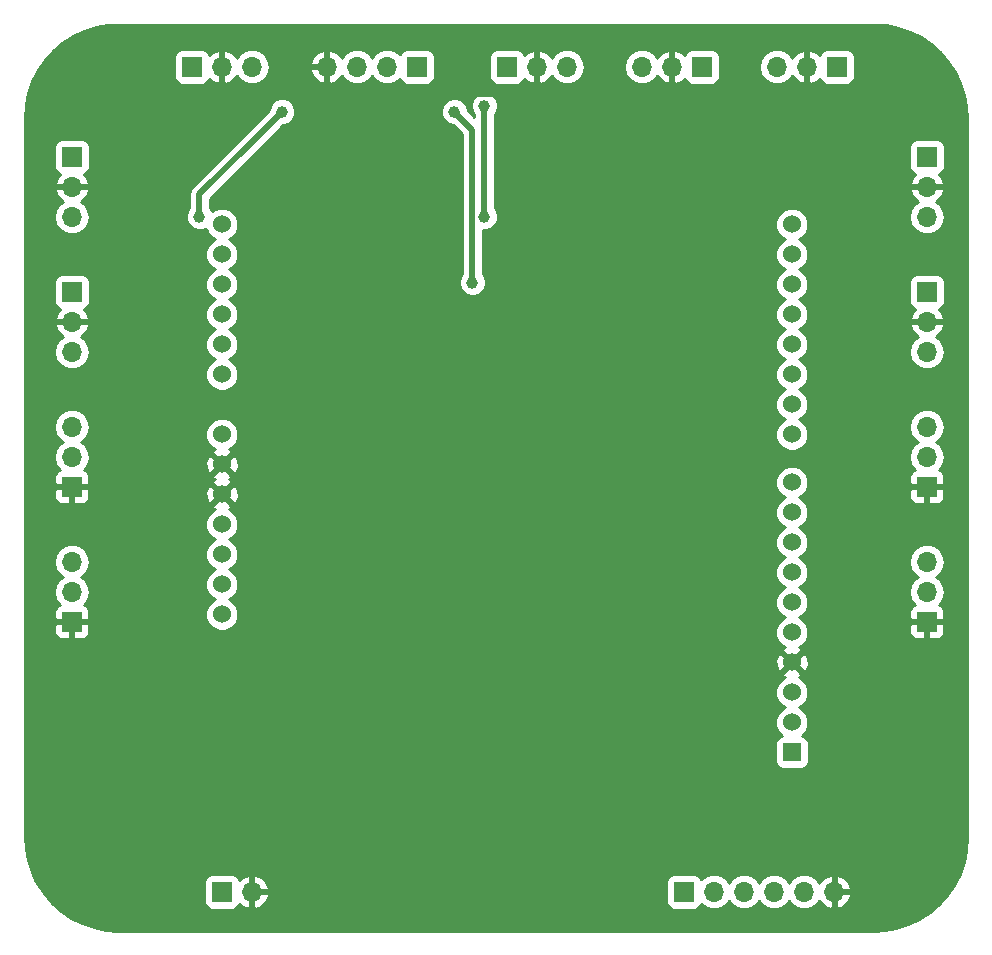
<source format=gbr>
G04 #@! TF.GenerationSoftware,KiCad,Pcbnew,(5.0.1)-4*
G04 #@! TF.CreationDate,2021-03-18T15:06:56+02:00*
G04 #@! TF.ProjectId,Motherboard,4D6F74686572626F6172642E6B696361,rev?*
G04 #@! TF.SameCoordinates,Original*
G04 #@! TF.FileFunction,Copper,L1,Top,Signal*
G04 #@! TF.FilePolarity,Positive*
%FSLAX46Y46*%
G04 Gerber Fmt 4.6, Leading zero omitted, Abs format (unit mm)*
G04 Created by KiCad (PCBNEW (5.0.1)-4) date 2021.03.18. 15:06:56*
%MOMM*%
%LPD*%
G01*
G04 APERTURE LIST*
G04 #@! TA.AperFunction,ComponentPad*
%ADD10C,1.524000*%
G04 #@! TD*
G04 #@! TA.AperFunction,ComponentPad*
%ADD11R,1.524000X1.524000*%
G04 #@! TD*
G04 #@! TA.AperFunction,ComponentPad*
%ADD12R,1.700000X1.700000*%
G04 #@! TD*
G04 #@! TA.AperFunction,ComponentPad*
%ADD13O,1.700000X1.700000*%
G04 #@! TD*
G04 #@! TA.AperFunction,ViaPad*
%ADD14C,1.200000*%
G04 #@! TD*
G04 #@! TA.AperFunction,ViaPad*
%ADD15C,1.000000*%
G04 #@! TD*
G04 #@! TA.AperFunction,Conductor*
%ADD16C,1.000000*%
G04 #@! TD*
G04 #@! TA.AperFunction,Conductor*
%ADD17C,0.500000*%
G04 #@! TD*
G04 #@! TA.AperFunction,Conductor*
%ADD18C,0.254000*%
G04 #@! TD*
G04 APERTURE END LIST*
D10*
G04 #@! TO.P,MCU1,32*
G04 #@! TO.N,/Echo*
X107800000Y-83055000D03*
G04 #@! TO.P,MCU1,31*
G04 #@! TO.N,IR_E7*
X107800000Y-85595000D03*
G04 #@! TO.P,MCU1,30*
G04 #@! TO.N,IR_A3*
X107800000Y-88135000D03*
G04 #@! TO.P,MCU1,29*
G04 #@! TO.N,IR_A2*
X107800000Y-90675000D03*
G04 #@! TO.P,MCU1,28*
G04 #@! TO.N,IR_A1*
X107800000Y-93215000D03*
G04 #@! TO.P,MCU1,27*
G04 #@! TO.N,IR_A0*
X107800000Y-95755000D03*
G04 #@! TO.P,MCU1,26*
G04 #@! TO.N,Net-(MCU1-Pad26)*
X107800000Y-100835000D03*
G04 #@! TO.P,MCU1,25*
G04 #@! TO.N,GND*
X107800000Y-103375000D03*
G04 #@! TO.P,MCU1,24*
X107800000Y-105915000D03*
G04 #@! TO.P,MCU1,23*
G04 #@! TO.N,Net-(MCU1-Pad23)*
X107800000Y-108455000D03*
G04 #@! TO.P,MCU1,22*
G04 #@! TO.N,Net-(MCU1-Pad22)*
X107800000Y-110995000D03*
G04 #@! TO.P,MCU1,21*
G04 #@! TO.N,Net-(MCU1-Pad21)*
X107800000Y-113535000D03*
G04 #@! TO.P,MCU1,20*
G04 #@! TO.N,+5V*
X107800000Y-116075000D03*
G04 #@! TO.P,MCU1,18*
G04 #@! TO.N,IR_E0*
X156060000Y-83055000D03*
G04 #@! TO.P,MCU1,17*
G04 #@! TO.N,IR_E1*
X156060000Y-85595000D03*
G04 #@! TO.P,MCU1,16*
G04 #@! TO.N,IR_E2*
X156060000Y-88135000D03*
G04 #@! TO.P,MCU1,15*
G04 #@! TO.N,IR_E3*
X156060000Y-90675000D03*
G04 #@! TO.P,MCU1,14*
G04 #@! TO.N,IR_E4*
X156060000Y-93215000D03*
G04 #@! TO.P,MCU1,13*
G04 #@! TO.N,IR_E5*
X156060000Y-95755000D03*
G04 #@! TO.P,MCU1,12*
G04 #@! TO.N,IR_E6*
X156060000Y-98295000D03*
G04 #@! TO.P,MCU1,11*
G04 #@! TO.N,/Trig*
X156060000Y-100835000D03*
G04 #@! TO.P,MCU1,10*
G04 #@! TO.N,M1*
X156060000Y-104899000D03*
G04 #@! TO.P,MCU1,9*
G04 #@! TO.N,M2*
X156060000Y-107439000D03*
G04 #@! TO.P,MCU1,8*
G04 #@! TO.N,M3*
X156060000Y-109979000D03*
G04 #@! TO.P,MCU1,7*
G04 #@! TO.N,M4*
X156060000Y-112519000D03*
G04 #@! TO.P,MCU1,6*
G04 #@! TO.N,Net-(MCU1-Pad6)*
X156060000Y-115059000D03*
G04 #@! TO.P,MCU1,5*
G04 #@! TO.N,Net-(MCU1-Pad5)*
X156060000Y-117599000D03*
G04 #@! TO.P,MCU1,4*
G04 #@! TO.N,GND*
X156060000Y-120139000D03*
G04 #@! TO.P,MCU1,3*
G04 #@! TO.N,Net-(MCU1-Pad3)*
X156060000Y-122679000D03*
G04 #@! TO.P,MCU1,2*
G04 #@! TO.N,Net-(MCU1-Pad2)*
X156060000Y-125219000D03*
D11*
G04 #@! TO.P,MCU1,1*
G04 #@! TO.N,Net-(MCU1-Pad1)*
X156060000Y-127759000D03*
G04 #@! TD*
D12*
G04 #@! TO.P,U1,1*
G04 #@! TO.N,IR_E0*
X148440000Y-69720000D03*
D13*
G04 #@! TO.P,U1,2*
G04 #@! TO.N,GND*
X145900000Y-69720000D03*
G04 #@! TO.P,U1,3*
G04 #@! TO.N,+5V*
X143360000Y-69720000D03*
G04 #@! TD*
G04 #@! TO.P,U2,3*
G04 #@! TO.N,+5V*
X154790000Y-69720000D03*
G04 #@! TO.P,U2,2*
G04 #@! TO.N,GND*
X157330000Y-69720000D03*
D12*
G04 #@! TO.P,U2,1*
G04 #@! TO.N,IR_E1*
X159870000Y-69720000D03*
G04 #@! TD*
D13*
G04 #@! TO.P,U3,3*
G04 #@! TO.N,+5V*
X167490000Y-82420000D03*
G04 #@! TO.P,U3,2*
G04 #@! TO.N,GND*
X167490000Y-79880000D03*
D12*
G04 #@! TO.P,U3,1*
G04 #@! TO.N,IR_E2*
X167490000Y-77340000D03*
G04 #@! TD*
G04 #@! TO.P,U4,1*
G04 #@! TO.N,IR_E3*
X167490000Y-88770000D03*
D13*
G04 #@! TO.P,U4,2*
G04 #@! TO.N,GND*
X167490000Y-91310000D03*
G04 #@! TO.P,U4,3*
G04 #@! TO.N,+5V*
X167490000Y-93850000D03*
G04 #@! TD*
G04 #@! TO.P,U5,3*
G04 #@! TO.N,+5V*
X110340000Y-69720000D03*
G04 #@! TO.P,U5,2*
G04 #@! TO.N,GND*
X107800000Y-69720000D03*
D12*
G04 #@! TO.P,U5,1*
G04 #@! TO.N,IR_E4*
X105260000Y-69720000D03*
G04 #@! TD*
D13*
G04 #@! TO.P,U6,3*
G04 #@! TO.N,+5V*
X95100000Y-82420000D03*
G04 #@! TO.P,U6,2*
G04 #@! TO.N,GND*
X95100000Y-79880000D03*
D12*
G04 #@! TO.P,U6,1*
G04 #@! TO.N,IR_E5*
X95100000Y-77340000D03*
G04 #@! TD*
G04 #@! TO.P,U7,1*
G04 #@! TO.N,IR_E6*
X95100000Y-88770000D03*
D13*
G04 #@! TO.P,U7,2*
G04 #@! TO.N,GND*
X95100000Y-91310000D03*
G04 #@! TO.P,U7,3*
G04 #@! TO.N,+5V*
X95100000Y-93850000D03*
G04 #@! TD*
D12*
G04 #@! TO.P,U8,1*
G04 #@! TO.N,IR_E7*
X131930000Y-69720000D03*
D13*
G04 #@! TO.P,U8,2*
G04 #@! TO.N,GND*
X134470000Y-69720000D03*
G04 #@! TO.P,U8,3*
G04 #@! TO.N,+5V*
X137010000Y-69720000D03*
G04 #@! TD*
G04 #@! TO.P,U9,4*
G04 #@! TO.N,GND*
X116690000Y-69720000D03*
G04 #@! TO.P,U9,3*
G04 #@! TO.N,/Echo*
X119230000Y-69720000D03*
G04 #@! TO.P,U9,2*
G04 #@! TO.N,/Trig*
X121770000Y-69720000D03*
D12*
G04 #@! TO.P,U9,1*
G04 #@! TO.N,+5V*
X124310000Y-69720000D03*
G04 #@! TD*
D13*
G04 #@! TO.P,U10,10*
G04 #@! TO.N,GND*
X159620000Y-139570000D03*
G04 #@! TO.P,U10,9*
G04 #@! TO.N,+5V*
X157080000Y-139570000D03*
G04 #@! TO.P,U10,4*
G04 #@! TO.N,M4*
X154540000Y-139570000D03*
G04 #@! TO.P,U10,3*
G04 #@! TO.N,M3*
X152000000Y-139570000D03*
G04 #@! TO.P,U10,2*
G04 #@! TO.N,M2*
X149460000Y-139570000D03*
D12*
G04 #@! TO.P,U10,1*
G04 #@! TO.N,M1*
X146920000Y-139570000D03*
G04 #@! TD*
D13*
G04 #@! TO.P,U11,4*
G04 #@! TO.N,GND*
X110340000Y-139570000D03*
D12*
G04 #@! TO.P,U11,3*
G04 #@! TO.N,+5V*
X107800000Y-139570000D03*
G04 #@! TD*
D13*
G04 #@! TO.P,J3,3*
G04 #@! TO.N,+5V*
X95100000Y-111630000D03*
G04 #@! TO.P,J3,2*
G04 #@! TO.N,IR_A0*
X95100000Y-114170000D03*
D12*
G04 #@! TO.P,J3,1*
G04 #@! TO.N,GND*
X95100000Y-116710000D03*
G04 #@! TD*
G04 #@! TO.P,J4,1*
G04 #@! TO.N,GND*
X167490000Y-105280000D03*
D13*
G04 #@! TO.P,J4,2*
G04 #@! TO.N,IR_A2*
X167490000Y-102740000D03*
G04 #@! TO.P,J4,3*
G04 #@! TO.N,+5V*
X167490000Y-100200000D03*
G04 #@! TD*
G04 #@! TO.P,J7,3*
G04 #@! TO.N,+5V*
X167490000Y-111630000D03*
G04 #@! TO.P,J7,2*
G04 #@! TO.N,IR_A1*
X167490000Y-114170000D03*
D12*
G04 #@! TO.P,J7,1*
G04 #@! TO.N,GND*
X167490000Y-116710000D03*
G04 #@! TD*
G04 #@! TO.P,J8,1*
G04 #@! TO.N,GND*
X95100000Y-105280000D03*
D13*
G04 #@! TO.P,J8,2*
G04 #@! TO.N,IR_A3*
X95100000Y-102740000D03*
G04 #@! TO.P,J8,3*
G04 #@! TO.N,+5V*
X95100000Y-100200000D03*
G04 #@! TD*
D14*
G04 #@! TO.N,GND*
X160505000Y-114805000D03*
X160505000Y-104645000D03*
X160505000Y-94485000D03*
X160505000Y-86230000D03*
X157965000Y-77340000D03*
X145900000Y-77340000D03*
X112880000Y-71799999D03*
X102720000Y-79880000D03*
X102720000Y-98930000D03*
X102720000Y-110995000D03*
D15*
G04 #@! TO.N,/Echo*
X112880000Y-73530000D03*
X105895000Y-82420000D03*
G04 #@! TO.N,IR_E7*
X130025000Y-72999999D03*
X130025000Y-82420000D03*
G04 #@! TO.N,/Trig*
X129000000Y-88000000D03*
X127485000Y-73530000D03*
G04 #@! TD*
D16*
G04 #@! TO.N,GND*
X160505000Y-114805000D02*
X160505000Y-104645000D01*
X160505000Y-104645000D02*
X160505000Y-94485000D01*
X160505000Y-86230000D02*
X160505000Y-94485000D01*
X160505000Y-79880000D02*
X160505000Y-86230000D01*
X157965000Y-77340000D02*
X160505000Y-79880000D01*
X156060000Y-77340000D02*
X157965000Y-77340000D01*
X145900000Y-77340000D02*
X156060000Y-77340000D01*
X140359999Y-71799999D02*
X145900000Y-77340000D01*
X112880000Y-71799999D02*
X140359999Y-71799999D01*
X108200001Y-71799999D02*
X112880000Y-71799999D01*
X102720000Y-79880000D02*
X102720000Y-98930000D01*
X102720000Y-105280000D02*
X102720000Y-98930000D01*
X102720000Y-110995000D02*
X102720000Y-105280000D01*
X102720000Y-77280000D02*
X108200001Y-71799999D01*
X102720000Y-79880000D02*
X102720000Y-77280000D01*
D17*
G04 #@! TO.N,/Echo*
X112880000Y-73530000D02*
X110340000Y-76070000D01*
X105895000Y-82420000D02*
X105895000Y-80515000D01*
X105895000Y-80515000D02*
X110340000Y-76070000D01*
G04 #@! TO.N,IR_E7*
X130025000Y-72999999D02*
X130025000Y-82420000D01*
G04 #@! TO.N,/Trig*
X129000000Y-78000000D02*
X129000000Y-88000000D01*
X129000000Y-75045000D02*
X129000000Y-78000000D01*
X127485000Y-73530000D02*
X129000000Y-75045000D01*
G04 #@! TD*
D18*
G04 #@! TO.N,GND*
G36*
X164039865Y-66206569D02*
X165061462Y-66412559D01*
X166046846Y-66751854D01*
X166978692Y-67218488D01*
X167840640Y-67804268D01*
X168617544Y-68498901D01*
X169295746Y-69290174D01*
X169863349Y-70164204D01*
X170310366Y-71105621D01*
X170628950Y-72097887D01*
X170814556Y-73129449D01*
X170865000Y-74031699D01*
X170865001Y-134962328D01*
X170793431Y-136039867D01*
X170587439Y-137061468D01*
X170248146Y-138046846D01*
X169781514Y-138978690D01*
X169195736Y-139840635D01*
X168501106Y-140617538D01*
X167709826Y-141295746D01*
X166835796Y-141863349D01*
X165894378Y-142310367D01*
X164902107Y-142628950D01*
X163870551Y-142814556D01*
X162968301Y-142865000D01*
X99037657Y-142865000D01*
X97960133Y-142793431D01*
X96938532Y-142587439D01*
X95953154Y-142248146D01*
X95021310Y-141781514D01*
X94159365Y-141195736D01*
X93382462Y-140501106D01*
X92704254Y-139709826D01*
X92136651Y-138835796D01*
X92081668Y-138720000D01*
X106302560Y-138720000D01*
X106302560Y-140420000D01*
X106351843Y-140667765D01*
X106492191Y-140877809D01*
X106702235Y-141018157D01*
X106950000Y-141067440D01*
X108650000Y-141067440D01*
X108897765Y-141018157D01*
X109107809Y-140877809D01*
X109248157Y-140667765D01*
X109268739Y-140564292D01*
X109573076Y-140841645D01*
X109983110Y-141011476D01*
X110213000Y-140890155D01*
X110213000Y-139697000D01*
X110467000Y-139697000D01*
X110467000Y-140890155D01*
X110696890Y-141011476D01*
X111106924Y-140841645D01*
X111535183Y-140451358D01*
X111781486Y-139926892D01*
X111660819Y-139697000D01*
X110467000Y-139697000D01*
X110213000Y-139697000D01*
X110193000Y-139697000D01*
X110193000Y-139443000D01*
X110213000Y-139443000D01*
X110213000Y-138249845D01*
X110467000Y-138249845D01*
X110467000Y-139443000D01*
X111660819Y-139443000D01*
X111781486Y-139213108D01*
X111549910Y-138720000D01*
X145422560Y-138720000D01*
X145422560Y-140420000D01*
X145471843Y-140667765D01*
X145612191Y-140877809D01*
X145822235Y-141018157D01*
X146070000Y-141067440D01*
X147770000Y-141067440D01*
X148017765Y-141018157D01*
X148227809Y-140877809D01*
X148368157Y-140667765D01*
X148377184Y-140622381D01*
X148389375Y-140640625D01*
X148880582Y-140968839D01*
X149313744Y-141055000D01*
X149606256Y-141055000D01*
X150039418Y-140968839D01*
X150530625Y-140640625D01*
X150730000Y-140342239D01*
X150929375Y-140640625D01*
X151420582Y-140968839D01*
X151853744Y-141055000D01*
X152146256Y-141055000D01*
X152579418Y-140968839D01*
X153070625Y-140640625D01*
X153270000Y-140342239D01*
X153469375Y-140640625D01*
X153960582Y-140968839D01*
X154393744Y-141055000D01*
X154686256Y-141055000D01*
X155119418Y-140968839D01*
X155610625Y-140640625D01*
X155810000Y-140342239D01*
X156009375Y-140640625D01*
X156500582Y-140968839D01*
X156933744Y-141055000D01*
X157226256Y-141055000D01*
X157659418Y-140968839D01*
X158150625Y-140640625D01*
X158363843Y-140321522D01*
X158424817Y-140451358D01*
X158853076Y-140841645D01*
X159263110Y-141011476D01*
X159493000Y-140890155D01*
X159493000Y-139697000D01*
X159747000Y-139697000D01*
X159747000Y-140890155D01*
X159976890Y-141011476D01*
X160386924Y-140841645D01*
X160815183Y-140451358D01*
X161061486Y-139926892D01*
X160940819Y-139697000D01*
X159747000Y-139697000D01*
X159493000Y-139697000D01*
X159473000Y-139697000D01*
X159473000Y-139443000D01*
X159493000Y-139443000D01*
X159493000Y-138249845D01*
X159747000Y-138249845D01*
X159747000Y-139443000D01*
X160940819Y-139443000D01*
X161061486Y-139213108D01*
X160815183Y-138688642D01*
X160386924Y-138298355D01*
X159976890Y-138128524D01*
X159747000Y-138249845D01*
X159493000Y-138249845D01*
X159263110Y-138128524D01*
X158853076Y-138298355D01*
X158424817Y-138688642D01*
X158363843Y-138818478D01*
X158150625Y-138499375D01*
X157659418Y-138171161D01*
X157226256Y-138085000D01*
X156933744Y-138085000D01*
X156500582Y-138171161D01*
X156009375Y-138499375D01*
X155810000Y-138797761D01*
X155610625Y-138499375D01*
X155119418Y-138171161D01*
X154686256Y-138085000D01*
X154393744Y-138085000D01*
X153960582Y-138171161D01*
X153469375Y-138499375D01*
X153270000Y-138797761D01*
X153070625Y-138499375D01*
X152579418Y-138171161D01*
X152146256Y-138085000D01*
X151853744Y-138085000D01*
X151420582Y-138171161D01*
X150929375Y-138499375D01*
X150730000Y-138797761D01*
X150530625Y-138499375D01*
X150039418Y-138171161D01*
X149606256Y-138085000D01*
X149313744Y-138085000D01*
X148880582Y-138171161D01*
X148389375Y-138499375D01*
X148377184Y-138517619D01*
X148368157Y-138472235D01*
X148227809Y-138262191D01*
X148017765Y-138121843D01*
X147770000Y-138072560D01*
X146070000Y-138072560D01*
X145822235Y-138121843D01*
X145612191Y-138262191D01*
X145471843Y-138472235D01*
X145422560Y-138720000D01*
X111549910Y-138720000D01*
X111535183Y-138688642D01*
X111106924Y-138298355D01*
X110696890Y-138128524D01*
X110467000Y-138249845D01*
X110213000Y-138249845D01*
X109983110Y-138128524D01*
X109573076Y-138298355D01*
X109268739Y-138575708D01*
X109248157Y-138472235D01*
X109107809Y-138262191D01*
X108897765Y-138121843D01*
X108650000Y-138072560D01*
X106950000Y-138072560D01*
X106702235Y-138121843D01*
X106492191Y-138262191D01*
X106351843Y-138472235D01*
X106302560Y-138720000D01*
X92081668Y-138720000D01*
X91689633Y-137894378D01*
X91371050Y-136902107D01*
X91185444Y-135870551D01*
X91135000Y-134968301D01*
X91135000Y-126997000D01*
X154650560Y-126997000D01*
X154650560Y-128521000D01*
X154699843Y-128768765D01*
X154840191Y-128978809D01*
X155050235Y-129119157D01*
X155298000Y-129168440D01*
X156822000Y-129168440D01*
X157069765Y-129119157D01*
X157279809Y-128978809D01*
X157420157Y-128768765D01*
X157469440Y-128521000D01*
X157469440Y-126997000D01*
X157420157Y-126749235D01*
X157279809Y-126539191D01*
X157069765Y-126398843D01*
X156891310Y-126363347D01*
X157244320Y-126010337D01*
X157457000Y-125496881D01*
X157457000Y-124941119D01*
X157244320Y-124427663D01*
X156851337Y-124034680D01*
X156644487Y-123949000D01*
X156851337Y-123863320D01*
X157244320Y-123470337D01*
X157457000Y-122956881D01*
X157457000Y-122401119D01*
X157244320Y-121887663D01*
X156851337Y-121494680D01*
X156660353Y-121415572D01*
X156791143Y-121361397D01*
X156860608Y-121119213D01*
X156060000Y-120318605D01*
X155259392Y-121119213D01*
X155328857Y-121361397D01*
X155469393Y-121411535D01*
X155268663Y-121494680D01*
X154875680Y-121887663D01*
X154663000Y-122401119D01*
X154663000Y-122956881D01*
X154875680Y-123470337D01*
X155268663Y-123863320D01*
X155475513Y-123949000D01*
X155268663Y-124034680D01*
X154875680Y-124427663D01*
X154663000Y-124941119D01*
X154663000Y-125496881D01*
X154875680Y-126010337D01*
X155228690Y-126363347D01*
X155050235Y-126398843D01*
X154840191Y-126539191D01*
X154699843Y-126749235D01*
X154650560Y-126997000D01*
X91135000Y-126997000D01*
X91135000Y-119931302D01*
X154650856Y-119931302D01*
X154678638Y-120486368D01*
X154837603Y-120870143D01*
X155079787Y-120939608D01*
X155880395Y-120139000D01*
X156239605Y-120139000D01*
X157040213Y-120939608D01*
X157282397Y-120870143D01*
X157469144Y-120346698D01*
X157441362Y-119791632D01*
X157282397Y-119407857D01*
X157040213Y-119338392D01*
X156239605Y-120139000D01*
X155880395Y-120139000D01*
X155079787Y-119338392D01*
X154837603Y-119407857D01*
X154650856Y-119931302D01*
X91135000Y-119931302D01*
X91135000Y-116995750D01*
X93615000Y-116995750D01*
X93615000Y-117686310D01*
X93711673Y-117919699D01*
X93890302Y-118098327D01*
X94123691Y-118195000D01*
X94814250Y-118195000D01*
X94973000Y-118036250D01*
X94973000Y-116837000D01*
X95227000Y-116837000D01*
X95227000Y-118036250D01*
X95385750Y-118195000D01*
X96076309Y-118195000D01*
X96309698Y-118098327D01*
X96488327Y-117919699D01*
X96585000Y-117686310D01*
X96585000Y-116995750D01*
X96426250Y-116837000D01*
X95227000Y-116837000D01*
X94973000Y-116837000D01*
X93773750Y-116837000D01*
X93615000Y-116995750D01*
X91135000Y-116995750D01*
X91135000Y-111630000D01*
X93585908Y-111630000D01*
X93701161Y-112209418D01*
X94029375Y-112700625D01*
X94327761Y-112900000D01*
X94029375Y-113099375D01*
X93701161Y-113590582D01*
X93585908Y-114170000D01*
X93701161Y-114749418D01*
X94029375Y-115240625D01*
X94051033Y-115255096D01*
X93890302Y-115321673D01*
X93711673Y-115500301D01*
X93615000Y-115733690D01*
X93615000Y-116424250D01*
X93773750Y-116583000D01*
X94973000Y-116583000D01*
X94973000Y-116563000D01*
X95227000Y-116563000D01*
X95227000Y-116583000D01*
X96426250Y-116583000D01*
X96585000Y-116424250D01*
X96585000Y-115733690D01*
X96488327Y-115500301D01*
X96309698Y-115321673D01*
X96148967Y-115255096D01*
X96170625Y-115240625D01*
X96498839Y-114749418D01*
X96614092Y-114170000D01*
X96498839Y-113590582D01*
X96170625Y-113099375D01*
X95872239Y-112900000D01*
X96170625Y-112700625D01*
X96498839Y-112209418D01*
X96614092Y-111630000D01*
X96498839Y-111050582D01*
X96170625Y-110559375D01*
X95679418Y-110231161D01*
X95246256Y-110145000D01*
X94953744Y-110145000D01*
X94520582Y-110231161D01*
X94029375Y-110559375D01*
X93701161Y-111050582D01*
X93585908Y-111630000D01*
X91135000Y-111630000D01*
X91135000Y-108177119D01*
X106403000Y-108177119D01*
X106403000Y-108732881D01*
X106615680Y-109246337D01*
X107008663Y-109639320D01*
X107215513Y-109725000D01*
X107008663Y-109810680D01*
X106615680Y-110203663D01*
X106403000Y-110717119D01*
X106403000Y-111272881D01*
X106615680Y-111786337D01*
X107008663Y-112179320D01*
X107215513Y-112265000D01*
X107008663Y-112350680D01*
X106615680Y-112743663D01*
X106403000Y-113257119D01*
X106403000Y-113812881D01*
X106615680Y-114326337D01*
X107008663Y-114719320D01*
X107215513Y-114805000D01*
X107008663Y-114890680D01*
X106615680Y-115283663D01*
X106403000Y-115797119D01*
X106403000Y-116352881D01*
X106615680Y-116866337D01*
X107008663Y-117259320D01*
X107522119Y-117472000D01*
X108077881Y-117472000D01*
X108591337Y-117259320D01*
X108984320Y-116866337D01*
X109197000Y-116352881D01*
X109197000Y-115797119D01*
X108984320Y-115283663D01*
X108591337Y-114890680D01*
X108384487Y-114805000D01*
X108591337Y-114719320D01*
X108984320Y-114326337D01*
X109197000Y-113812881D01*
X109197000Y-113257119D01*
X108984320Y-112743663D01*
X108591337Y-112350680D01*
X108384487Y-112265000D01*
X108591337Y-112179320D01*
X108984320Y-111786337D01*
X109197000Y-111272881D01*
X109197000Y-110717119D01*
X108984320Y-110203663D01*
X108591337Y-109810680D01*
X108384487Y-109725000D01*
X108591337Y-109639320D01*
X108984320Y-109246337D01*
X109197000Y-108732881D01*
X109197000Y-108177119D01*
X108984320Y-107663663D01*
X108591337Y-107270680D01*
X108400353Y-107191572D01*
X108531143Y-107137397D01*
X108600608Y-106895213D01*
X107800000Y-106094605D01*
X106999392Y-106895213D01*
X107068857Y-107137397D01*
X107209393Y-107187535D01*
X107008663Y-107270680D01*
X106615680Y-107663663D01*
X106403000Y-108177119D01*
X91135000Y-108177119D01*
X91135000Y-105565750D01*
X93615000Y-105565750D01*
X93615000Y-106256310D01*
X93711673Y-106489699D01*
X93890302Y-106668327D01*
X94123691Y-106765000D01*
X94814250Y-106765000D01*
X94973000Y-106606250D01*
X94973000Y-105407000D01*
X95227000Y-105407000D01*
X95227000Y-106606250D01*
X95385750Y-106765000D01*
X96076309Y-106765000D01*
X96309698Y-106668327D01*
X96488327Y-106489699D01*
X96585000Y-106256310D01*
X96585000Y-105707302D01*
X106390856Y-105707302D01*
X106418638Y-106262368D01*
X106577603Y-106646143D01*
X106819787Y-106715608D01*
X107620395Y-105915000D01*
X107979605Y-105915000D01*
X108780213Y-106715608D01*
X109022397Y-106646143D01*
X109209144Y-106122698D01*
X109181362Y-105567632D01*
X109022397Y-105183857D01*
X108780213Y-105114392D01*
X107979605Y-105915000D01*
X107620395Y-105915000D01*
X106819787Y-105114392D01*
X106577603Y-105183857D01*
X106390856Y-105707302D01*
X96585000Y-105707302D01*
X96585000Y-105565750D01*
X96426250Y-105407000D01*
X95227000Y-105407000D01*
X94973000Y-105407000D01*
X93773750Y-105407000D01*
X93615000Y-105565750D01*
X91135000Y-105565750D01*
X91135000Y-100200000D01*
X93585908Y-100200000D01*
X93701161Y-100779418D01*
X94029375Y-101270625D01*
X94327761Y-101470000D01*
X94029375Y-101669375D01*
X93701161Y-102160582D01*
X93585908Y-102740000D01*
X93701161Y-103319418D01*
X94029375Y-103810625D01*
X94051033Y-103825096D01*
X93890302Y-103891673D01*
X93711673Y-104070301D01*
X93615000Y-104303690D01*
X93615000Y-104994250D01*
X93773750Y-105153000D01*
X94973000Y-105153000D01*
X94973000Y-105133000D01*
X95227000Y-105133000D01*
X95227000Y-105153000D01*
X96426250Y-105153000D01*
X96585000Y-104994250D01*
X96585000Y-104355213D01*
X106999392Y-104355213D01*
X107068857Y-104597397D01*
X107192344Y-104641453D01*
X107068857Y-104692603D01*
X106999392Y-104934787D01*
X107800000Y-105735395D01*
X108600608Y-104934787D01*
X108531143Y-104692603D01*
X108407656Y-104648547D01*
X108473873Y-104621119D01*
X154663000Y-104621119D01*
X154663000Y-105176881D01*
X154875680Y-105690337D01*
X155268663Y-106083320D01*
X155475513Y-106169000D01*
X155268663Y-106254680D01*
X154875680Y-106647663D01*
X154663000Y-107161119D01*
X154663000Y-107716881D01*
X154875680Y-108230337D01*
X155268663Y-108623320D01*
X155475513Y-108709000D01*
X155268663Y-108794680D01*
X154875680Y-109187663D01*
X154663000Y-109701119D01*
X154663000Y-110256881D01*
X154875680Y-110770337D01*
X155268663Y-111163320D01*
X155475513Y-111249000D01*
X155268663Y-111334680D01*
X154875680Y-111727663D01*
X154663000Y-112241119D01*
X154663000Y-112796881D01*
X154875680Y-113310337D01*
X155268663Y-113703320D01*
X155475513Y-113789000D01*
X155268663Y-113874680D01*
X154875680Y-114267663D01*
X154663000Y-114781119D01*
X154663000Y-115336881D01*
X154875680Y-115850337D01*
X155268663Y-116243320D01*
X155475513Y-116329000D01*
X155268663Y-116414680D01*
X154875680Y-116807663D01*
X154663000Y-117321119D01*
X154663000Y-117876881D01*
X154875680Y-118390337D01*
X155268663Y-118783320D01*
X155459647Y-118862428D01*
X155328857Y-118916603D01*
X155259392Y-119158787D01*
X156060000Y-119959395D01*
X156860608Y-119158787D01*
X156791143Y-118916603D01*
X156650607Y-118866465D01*
X156851337Y-118783320D01*
X157244320Y-118390337D01*
X157457000Y-117876881D01*
X157457000Y-117321119D01*
X157322229Y-116995750D01*
X166005000Y-116995750D01*
X166005000Y-117686310D01*
X166101673Y-117919699D01*
X166280302Y-118098327D01*
X166513691Y-118195000D01*
X167204250Y-118195000D01*
X167363000Y-118036250D01*
X167363000Y-116837000D01*
X167617000Y-116837000D01*
X167617000Y-118036250D01*
X167775750Y-118195000D01*
X168466309Y-118195000D01*
X168699698Y-118098327D01*
X168878327Y-117919699D01*
X168975000Y-117686310D01*
X168975000Y-116995750D01*
X168816250Y-116837000D01*
X167617000Y-116837000D01*
X167363000Y-116837000D01*
X166163750Y-116837000D01*
X166005000Y-116995750D01*
X157322229Y-116995750D01*
X157244320Y-116807663D01*
X156851337Y-116414680D01*
X156644487Y-116329000D01*
X156851337Y-116243320D01*
X157244320Y-115850337D01*
X157457000Y-115336881D01*
X157457000Y-114781119D01*
X157244320Y-114267663D01*
X156851337Y-113874680D01*
X156644487Y-113789000D01*
X156851337Y-113703320D01*
X157244320Y-113310337D01*
X157457000Y-112796881D01*
X157457000Y-112241119D01*
X157244320Y-111727663D01*
X157146657Y-111630000D01*
X165975908Y-111630000D01*
X166091161Y-112209418D01*
X166419375Y-112700625D01*
X166717761Y-112900000D01*
X166419375Y-113099375D01*
X166091161Y-113590582D01*
X165975908Y-114170000D01*
X166091161Y-114749418D01*
X166419375Y-115240625D01*
X166441033Y-115255096D01*
X166280302Y-115321673D01*
X166101673Y-115500301D01*
X166005000Y-115733690D01*
X166005000Y-116424250D01*
X166163750Y-116583000D01*
X167363000Y-116583000D01*
X167363000Y-116563000D01*
X167617000Y-116563000D01*
X167617000Y-116583000D01*
X168816250Y-116583000D01*
X168975000Y-116424250D01*
X168975000Y-115733690D01*
X168878327Y-115500301D01*
X168699698Y-115321673D01*
X168538967Y-115255096D01*
X168560625Y-115240625D01*
X168888839Y-114749418D01*
X169004092Y-114170000D01*
X168888839Y-113590582D01*
X168560625Y-113099375D01*
X168262239Y-112900000D01*
X168560625Y-112700625D01*
X168888839Y-112209418D01*
X169004092Y-111630000D01*
X168888839Y-111050582D01*
X168560625Y-110559375D01*
X168069418Y-110231161D01*
X167636256Y-110145000D01*
X167343744Y-110145000D01*
X166910582Y-110231161D01*
X166419375Y-110559375D01*
X166091161Y-111050582D01*
X165975908Y-111630000D01*
X157146657Y-111630000D01*
X156851337Y-111334680D01*
X156644487Y-111249000D01*
X156851337Y-111163320D01*
X157244320Y-110770337D01*
X157457000Y-110256881D01*
X157457000Y-109701119D01*
X157244320Y-109187663D01*
X156851337Y-108794680D01*
X156644487Y-108709000D01*
X156851337Y-108623320D01*
X157244320Y-108230337D01*
X157457000Y-107716881D01*
X157457000Y-107161119D01*
X157244320Y-106647663D01*
X156851337Y-106254680D01*
X156644487Y-106169000D01*
X156851337Y-106083320D01*
X157244320Y-105690337D01*
X157295925Y-105565750D01*
X166005000Y-105565750D01*
X166005000Y-106256310D01*
X166101673Y-106489699D01*
X166280302Y-106668327D01*
X166513691Y-106765000D01*
X167204250Y-106765000D01*
X167363000Y-106606250D01*
X167363000Y-105407000D01*
X167617000Y-105407000D01*
X167617000Y-106606250D01*
X167775750Y-106765000D01*
X168466309Y-106765000D01*
X168699698Y-106668327D01*
X168878327Y-106489699D01*
X168975000Y-106256310D01*
X168975000Y-105565750D01*
X168816250Y-105407000D01*
X167617000Y-105407000D01*
X167363000Y-105407000D01*
X166163750Y-105407000D01*
X166005000Y-105565750D01*
X157295925Y-105565750D01*
X157457000Y-105176881D01*
X157457000Y-104621119D01*
X157244320Y-104107663D01*
X156851337Y-103714680D01*
X156337881Y-103502000D01*
X155782119Y-103502000D01*
X155268663Y-103714680D01*
X154875680Y-104107663D01*
X154663000Y-104621119D01*
X108473873Y-104621119D01*
X108531143Y-104597397D01*
X108600608Y-104355213D01*
X107800000Y-103554605D01*
X106999392Y-104355213D01*
X96585000Y-104355213D01*
X96585000Y-104303690D01*
X96488327Y-104070301D01*
X96309698Y-103891673D01*
X96148967Y-103825096D01*
X96170625Y-103810625D01*
X96498839Y-103319418D01*
X96529096Y-103167302D01*
X106390856Y-103167302D01*
X106418638Y-103722368D01*
X106577603Y-104106143D01*
X106819787Y-104175608D01*
X107620395Y-103375000D01*
X107979605Y-103375000D01*
X108780213Y-104175608D01*
X109022397Y-104106143D01*
X109209144Y-103582698D01*
X109181362Y-103027632D01*
X109022397Y-102643857D01*
X108780213Y-102574392D01*
X107979605Y-103375000D01*
X107620395Y-103375000D01*
X106819787Y-102574392D01*
X106577603Y-102643857D01*
X106390856Y-103167302D01*
X96529096Y-103167302D01*
X96614092Y-102740000D01*
X96498839Y-102160582D01*
X96170625Y-101669375D01*
X95872239Y-101470000D01*
X96170625Y-101270625D01*
X96498839Y-100779418D01*
X96543056Y-100557119D01*
X106403000Y-100557119D01*
X106403000Y-101112881D01*
X106615680Y-101626337D01*
X107008663Y-102019320D01*
X107199647Y-102098428D01*
X107068857Y-102152603D01*
X106999392Y-102394787D01*
X107800000Y-103195395D01*
X108600608Y-102394787D01*
X108531143Y-102152603D01*
X108390607Y-102102465D01*
X108591337Y-102019320D01*
X108984320Y-101626337D01*
X109197000Y-101112881D01*
X109197000Y-100557119D01*
X108984320Y-100043663D01*
X108591337Y-99650680D01*
X108077881Y-99438000D01*
X107522119Y-99438000D01*
X107008663Y-99650680D01*
X106615680Y-100043663D01*
X106403000Y-100557119D01*
X96543056Y-100557119D01*
X96614092Y-100200000D01*
X96498839Y-99620582D01*
X96170625Y-99129375D01*
X95679418Y-98801161D01*
X95246256Y-98715000D01*
X94953744Y-98715000D01*
X94520582Y-98801161D01*
X94029375Y-99129375D01*
X93701161Y-99620582D01*
X93585908Y-100200000D01*
X91135000Y-100200000D01*
X91135000Y-93850000D01*
X93585908Y-93850000D01*
X93701161Y-94429418D01*
X94029375Y-94920625D01*
X94520582Y-95248839D01*
X94953744Y-95335000D01*
X95246256Y-95335000D01*
X95679418Y-95248839D01*
X96170625Y-94920625D01*
X96498839Y-94429418D01*
X96614092Y-93850000D01*
X96498839Y-93270582D01*
X96170625Y-92779375D01*
X95851522Y-92566157D01*
X95981358Y-92505183D01*
X96371645Y-92076924D01*
X96541476Y-91666890D01*
X96420155Y-91437000D01*
X95227000Y-91437000D01*
X95227000Y-91457000D01*
X94973000Y-91457000D01*
X94973000Y-91437000D01*
X93779845Y-91437000D01*
X93658524Y-91666890D01*
X93828355Y-92076924D01*
X94218642Y-92505183D01*
X94348478Y-92566157D01*
X94029375Y-92779375D01*
X93701161Y-93270582D01*
X93585908Y-93850000D01*
X91135000Y-93850000D01*
X91135000Y-87920000D01*
X93602560Y-87920000D01*
X93602560Y-89620000D01*
X93651843Y-89867765D01*
X93792191Y-90077809D01*
X94002235Y-90218157D01*
X94105708Y-90238739D01*
X93828355Y-90543076D01*
X93658524Y-90953110D01*
X93779845Y-91183000D01*
X94973000Y-91183000D01*
X94973000Y-91163000D01*
X95227000Y-91163000D01*
X95227000Y-91183000D01*
X96420155Y-91183000D01*
X96541476Y-90953110D01*
X96371645Y-90543076D01*
X96094292Y-90238739D01*
X96197765Y-90218157D01*
X96407809Y-90077809D01*
X96548157Y-89867765D01*
X96597440Y-89620000D01*
X96597440Y-87920000D01*
X96548157Y-87672235D01*
X96407809Y-87462191D01*
X96197765Y-87321843D01*
X95950000Y-87272560D01*
X94250000Y-87272560D01*
X94002235Y-87321843D01*
X93792191Y-87462191D01*
X93651843Y-87672235D01*
X93602560Y-87920000D01*
X91135000Y-87920000D01*
X91135000Y-82420000D01*
X93585908Y-82420000D01*
X93701161Y-82999418D01*
X94029375Y-83490625D01*
X94520582Y-83818839D01*
X94953744Y-83905000D01*
X95246256Y-83905000D01*
X95679418Y-83818839D01*
X96170625Y-83490625D01*
X96498839Y-82999418D01*
X96614092Y-82420000D01*
X96569185Y-82194234D01*
X104760000Y-82194234D01*
X104760000Y-82645766D01*
X104932793Y-83062926D01*
X105252074Y-83382207D01*
X105669234Y-83555000D01*
X106120766Y-83555000D01*
X106440199Y-83422687D01*
X106615680Y-83846337D01*
X107008663Y-84239320D01*
X107215513Y-84325000D01*
X107008663Y-84410680D01*
X106615680Y-84803663D01*
X106403000Y-85317119D01*
X106403000Y-85872881D01*
X106615680Y-86386337D01*
X107008663Y-86779320D01*
X107215513Y-86865000D01*
X107008663Y-86950680D01*
X106615680Y-87343663D01*
X106403000Y-87857119D01*
X106403000Y-88412881D01*
X106615680Y-88926337D01*
X107008663Y-89319320D01*
X107215513Y-89405000D01*
X107008663Y-89490680D01*
X106615680Y-89883663D01*
X106403000Y-90397119D01*
X106403000Y-90952881D01*
X106615680Y-91466337D01*
X107008663Y-91859320D01*
X107215513Y-91945000D01*
X107008663Y-92030680D01*
X106615680Y-92423663D01*
X106403000Y-92937119D01*
X106403000Y-93492881D01*
X106615680Y-94006337D01*
X107008663Y-94399320D01*
X107215513Y-94485000D01*
X107008663Y-94570680D01*
X106615680Y-94963663D01*
X106403000Y-95477119D01*
X106403000Y-96032881D01*
X106615680Y-96546337D01*
X107008663Y-96939320D01*
X107522119Y-97152000D01*
X108077881Y-97152000D01*
X108591337Y-96939320D01*
X108984320Y-96546337D01*
X109197000Y-96032881D01*
X109197000Y-95477119D01*
X108984320Y-94963663D01*
X108591337Y-94570680D01*
X108384487Y-94485000D01*
X108591337Y-94399320D01*
X108984320Y-94006337D01*
X109197000Y-93492881D01*
X109197000Y-92937119D01*
X108984320Y-92423663D01*
X108591337Y-92030680D01*
X108384487Y-91945000D01*
X108591337Y-91859320D01*
X108984320Y-91466337D01*
X109197000Y-90952881D01*
X109197000Y-90397119D01*
X108984320Y-89883663D01*
X108591337Y-89490680D01*
X108384487Y-89405000D01*
X108591337Y-89319320D01*
X108984320Y-88926337D01*
X109197000Y-88412881D01*
X109197000Y-87857119D01*
X108984320Y-87343663D01*
X108591337Y-86950680D01*
X108384487Y-86865000D01*
X108591337Y-86779320D01*
X108984320Y-86386337D01*
X109197000Y-85872881D01*
X109197000Y-85317119D01*
X108984320Y-84803663D01*
X108591337Y-84410680D01*
X108384487Y-84325000D01*
X108591337Y-84239320D01*
X108984320Y-83846337D01*
X109197000Y-83332881D01*
X109197000Y-82777119D01*
X108984320Y-82263663D01*
X108591337Y-81870680D01*
X108077881Y-81658000D01*
X107522119Y-81658000D01*
X107008663Y-81870680D01*
X106928984Y-81950359D01*
X106857207Y-81777074D01*
X106780000Y-81699867D01*
X106780000Y-80881578D01*
X111027424Y-76634155D01*
X111027426Y-76634152D01*
X112996579Y-74665000D01*
X113105766Y-74665000D01*
X113522926Y-74492207D01*
X113842207Y-74172926D01*
X114015000Y-73755766D01*
X114015000Y-73304234D01*
X126350000Y-73304234D01*
X126350000Y-73755766D01*
X126522793Y-74172926D01*
X126842074Y-74492207D01*
X127259234Y-74665000D01*
X127368422Y-74665000D01*
X128115000Y-75411579D01*
X128115001Y-77912831D01*
X128115000Y-77912836D01*
X128115001Y-87279866D01*
X128037793Y-87357074D01*
X127865000Y-87774234D01*
X127865000Y-88225766D01*
X128037793Y-88642926D01*
X128357074Y-88962207D01*
X128774234Y-89135000D01*
X129225766Y-89135000D01*
X129642926Y-88962207D01*
X129962207Y-88642926D01*
X130135000Y-88225766D01*
X130135000Y-87774234D01*
X129962207Y-87357074D01*
X129885000Y-87279867D01*
X129885000Y-83555000D01*
X130250766Y-83555000D01*
X130667926Y-83382207D01*
X130987207Y-83062926D01*
X131105591Y-82777119D01*
X154663000Y-82777119D01*
X154663000Y-83332881D01*
X154875680Y-83846337D01*
X155268663Y-84239320D01*
X155475513Y-84325000D01*
X155268663Y-84410680D01*
X154875680Y-84803663D01*
X154663000Y-85317119D01*
X154663000Y-85872881D01*
X154875680Y-86386337D01*
X155268663Y-86779320D01*
X155475513Y-86865000D01*
X155268663Y-86950680D01*
X154875680Y-87343663D01*
X154663000Y-87857119D01*
X154663000Y-88412881D01*
X154875680Y-88926337D01*
X155268663Y-89319320D01*
X155475513Y-89405000D01*
X155268663Y-89490680D01*
X154875680Y-89883663D01*
X154663000Y-90397119D01*
X154663000Y-90952881D01*
X154875680Y-91466337D01*
X155268663Y-91859320D01*
X155475513Y-91945000D01*
X155268663Y-92030680D01*
X154875680Y-92423663D01*
X154663000Y-92937119D01*
X154663000Y-93492881D01*
X154875680Y-94006337D01*
X155268663Y-94399320D01*
X155475513Y-94485000D01*
X155268663Y-94570680D01*
X154875680Y-94963663D01*
X154663000Y-95477119D01*
X154663000Y-96032881D01*
X154875680Y-96546337D01*
X155268663Y-96939320D01*
X155475513Y-97025000D01*
X155268663Y-97110680D01*
X154875680Y-97503663D01*
X154663000Y-98017119D01*
X154663000Y-98572881D01*
X154875680Y-99086337D01*
X155268663Y-99479320D01*
X155475513Y-99565000D01*
X155268663Y-99650680D01*
X154875680Y-100043663D01*
X154663000Y-100557119D01*
X154663000Y-101112881D01*
X154875680Y-101626337D01*
X155268663Y-102019320D01*
X155782119Y-102232000D01*
X156337881Y-102232000D01*
X156851337Y-102019320D01*
X157244320Y-101626337D01*
X157457000Y-101112881D01*
X157457000Y-100557119D01*
X157309077Y-100200000D01*
X165975908Y-100200000D01*
X166091161Y-100779418D01*
X166419375Y-101270625D01*
X166717761Y-101470000D01*
X166419375Y-101669375D01*
X166091161Y-102160582D01*
X165975908Y-102740000D01*
X166091161Y-103319418D01*
X166419375Y-103810625D01*
X166441033Y-103825096D01*
X166280302Y-103891673D01*
X166101673Y-104070301D01*
X166005000Y-104303690D01*
X166005000Y-104994250D01*
X166163750Y-105153000D01*
X167363000Y-105153000D01*
X167363000Y-105133000D01*
X167617000Y-105133000D01*
X167617000Y-105153000D01*
X168816250Y-105153000D01*
X168975000Y-104994250D01*
X168975000Y-104303690D01*
X168878327Y-104070301D01*
X168699698Y-103891673D01*
X168538967Y-103825096D01*
X168560625Y-103810625D01*
X168888839Y-103319418D01*
X169004092Y-102740000D01*
X168888839Y-102160582D01*
X168560625Y-101669375D01*
X168262239Y-101470000D01*
X168560625Y-101270625D01*
X168888839Y-100779418D01*
X169004092Y-100200000D01*
X168888839Y-99620582D01*
X168560625Y-99129375D01*
X168069418Y-98801161D01*
X167636256Y-98715000D01*
X167343744Y-98715000D01*
X166910582Y-98801161D01*
X166419375Y-99129375D01*
X166091161Y-99620582D01*
X165975908Y-100200000D01*
X157309077Y-100200000D01*
X157244320Y-100043663D01*
X156851337Y-99650680D01*
X156644487Y-99565000D01*
X156851337Y-99479320D01*
X157244320Y-99086337D01*
X157457000Y-98572881D01*
X157457000Y-98017119D01*
X157244320Y-97503663D01*
X156851337Y-97110680D01*
X156644487Y-97025000D01*
X156851337Y-96939320D01*
X157244320Y-96546337D01*
X157457000Y-96032881D01*
X157457000Y-95477119D01*
X157244320Y-94963663D01*
X156851337Y-94570680D01*
X156644487Y-94485000D01*
X156851337Y-94399320D01*
X157244320Y-94006337D01*
X157309076Y-93850000D01*
X165975908Y-93850000D01*
X166091161Y-94429418D01*
X166419375Y-94920625D01*
X166910582Y-95248839D01*
X167343744Y-95335000D01*
X167636256Y-95335000D01*
X168069418Y-95248839D01*
X168560625Y-94920625D01*
X168888839Y-94429418D01*
X169004092Y-93850000D01*
X168888839Y-93270582D01*
X168560625Y-92779375D01*
X168241522Y-92566157D01*
X168371358Y-92505183D01*
X168761645Y-92076924D01*
X168931476Y-91666890D01*
X168810155Y-91437000D01*
X167617000Y-91437000D01*
X167617000Y-91457000D01*
X167363000Y-91457000D01*
X167363000Y-91437000D01*
X166169845Y-91437000D01*
X166048524Y-91666890D01*
X166218355Y-92076924D01*
X166608642Y-92505183D01*
X166738478Y-92566157D01*
X166419375Y-92779375D01*
X166091161Y-93270582D01*
X165975908Y-93850000D01*
X157309076Y-93850000D01*
X157457000Y-93492881D01*
X157457000Y-92937119D01*
X157244320Y-92423663D01*
X156851337Y-92030680D01*
X156644487Y-91945000D01*
X156851337Y-91859320D01*
X157244320Y-91466337D01*
X157457000Y-90952881D01*
X157457000Y-90397119D01*
X157244320Y-89883663D01*
X156851337Y-89490680D01*
X156644487Y-89405000D01*
X156851337Y-89319320D01*
X157244320Y-88926337D01*
X157457000Y-88412881D01*
X157457000Y-87920000D01*
X165992560Y-87920000D01*
X165992560Y-89620000D01*
X166041843Y-89867765D01*
X166182191Y-90077809D01*
X166392235Y-90218157D01*
X166495708Y-90238739D01*
X166218355Y-90543076D01*
X166048524Y-90953110D01*
X166169845Y-91183000D01*
X167363000Y-91183000D01*
X167363000Y-91163000D01*
X167617000Y-91163000D01*
X167617000Y-91183000D01*
X168810155Y-91183000D01*
X168931476Y-90953110D01*
X168761645Y-90543076D01*
X168484292Y-90238739D01*
X168587765Y-90218157D01*
X168797809Y-90077809D01*
X168938157Y-89867765D01*
X168987440Y-89620000D01*
X168987440Y-87920000D01*
X168938157Y-87672235D01*
X168797809Y-87462191D01*
X168587765Y-87321843D01*
X168340000Y-87272560D01*
X166640000Y-87272560D01*
X166392235Y-87321843D01*
X166182191Y-87462191D01*
X166041843Y-87672235D01*
X165992560Y-87920000D01*
X157457000Y-87920000D01*
X157457000Y-87857119D01*
X157244320Y-87343663D01*
X156851337Y-86950680D01*
X156644487Y-86865000D01*
X156851337Y-86779320D01*
X157244320Y-86386337D01*
X157457000Y-85872881D01*
X157457000Y-85317119D01*
X157244320Y-84803663D01*
X156851337Y-84410680D01*
X156644487Y-84325000D01*
X156851337Y-84239320D01*
X157244320Y-83846337D01*
X157457000Y-83332881D01*
X157457000Y-82777119D01*
X157309077Y-82420000D01*
X165975908Y-82420000D01*
X166091161Y-82999418D01*
X166419375Y-83490625D01*
X166910582Y-83818839D01*
X167343744Y-83905000D01*
X167636256Y-83905000D01*
X168069418Y-83818839D01*
X168560625Y-83490625D01*
X168888839Y-82999418D01*
X169004092Y-82420000D01*
X168888839Y-81840582D01*
X168560625Y-81349375D01*
X168241522Y-81136157D01*
X168371358Y-81075183D01*
X168761645Y-80646924D01*
X168931476Y-80236890D01*
X168810155Y-80007000D01*
X167617000Y-80007000D01*
X167617000Y-80027000D01*
X167363000Y-80027000D01*
X167363000Y-80007000D01*
X166169845Y-80007000D01*
X166048524Y-80236890D01*
X166218355Y-80646924D01*
X166608642Y-81075183D01*
X166738478Y-81136157D01*
X166419375Y-81349375D01*
X166091161Y-81840582D01*
X165975908Y-82420000D01*
X157309077Y-82420000D01*
X157244320Y-82263663D01*
X156851337Y-81870680D01*
X156337881Y-81658000D01*
X155782119Y-81658000D01*
X155268663Y-81870680D01*
X154875680Y-82263663D01*
X154663000Y-82777119D01*
X131105591Y-82777119D01*
X131160000Y-82645766D01*
X131160000Y-82194234D01*
X130987207Y-81777074D01*
X130910000Y-81699867D01*
X130910000Y-76490000D01*
X165992560Y-76490000D01*
X165992560Y-78190000D01*
X166041843Y-78437765D01*
X166182191Y-78647809D01*
X166392235Y-78788157D01*
X166495708Y-78808739D01*
X166218355Y-79113076D01*
X166048524Y-79523110D01*
X166169845Y-79753000D01*
X167363000Y-79753000D01*
X167363000Y-79733000D01*
X167617000Y-79733000D01*
X167617000Y-79753000D01*
X168810155Y-79753000D01*
X168931476Y-79523110D01*
X168761645Y-79113076D01*
X168484292Y-78808739D01*
X168587765Y-78788157D01*
X168797809Y-78647809D01*
X168938157Y-78437765D01*
X168987440Y-78190000D01*
X168987440Y-76490000D01*
X168938157Y-76242235D01*
X168797809Y-76032191D01*
X168587765Y-75891843D01*
X168340000Y-75842560D01*
X166640000Y-75842560D01*
X166392235Y-75891843D01*
X166182191Y-76032191D01*
X166041843Y-76242235D01*
X165992560Y-76490000D01*
X130910000Y-76490000D01*
X130910000Y-73720132D01*
X130987207Y-73642925D01*
X131160000Y-73225765D01*
X131160000Y-72774233D01*
X130987207Y-72357073D01*
X130667926Y-72037792D01*
X130250766Y-71864999D01*
X129799234Y-71864999D01*
X129382074Y-72037792D01*
X129062793Y-72357073D01*
X128890000Y-72774233D01*
X128890000Y-73225765D01*
X129062793Y-73642925D01*
X129140000Y-73720132D01*
X129140000Y-73933421D01*
X128620000Y-73413422D01*
X128620000Y-73304234D01*
X128447207Y-72887074D01*
X128127926Y-72567793D01*
X127710766Y-72395000D01*
X127259234Y-72395000D01*
X126842074Y-72567793D01*
X126522793Y-72887074D01*
X126350000Y-73304234D01*
X114015000Y-73304234D01*
X113842207Y-72887074D01*
X113522926Y-72567793D01*
X113105766Y-72395000D01*
X112654234Y-72395000D01*
X112237074Y-72567793D01*
X111917793Y-72887074D01*
X111745000Y-73304234D01*
X111745000Y-73413421D01*
X109775848Y-75382574D01*
X109775845Y-75382576D01*
X105330845Y-79827577D01*
X105256952Y-79876951D01*
X105207578Y-79950844D01*
X105207576Y-79950846D01*
X105061348Y-80169691D01*
X104992663Y-80515000D01*
X105010001Y-80602165D01*
X105010000Y-81699867D01*
X104932793Y-81777074D01*
X104760000Y-82194234D01*
X96569185Y-82194234D01*
X96498839Y-81840582D01*
X96170625Y-81349375D01*
X95851522Y-81136157D01*
X95981358Y-81075183D01*
X96371645Y-80646924D01*
X96541476Y-80236890D01*
X96420155Y-80007000D01*
X95227000Y-80007000D01*
X95227000Y-80027000D01*
X94973000Y-80027000D01*
X94973000Y-80007000D01*
X93779845Y-80007000D01*
X93658524Y-80236890D01*
X93828355Y-80646924D01*
X94218642Y-81075183D01*
X94348478Y-81136157D01*
X94029375Y-81349375D01*
X93701161Y-81840582D01*
X93585908Y-82420000D01*
X91135000Y-82420000D01*
X91135000Y-76490000D01*
X93602560Y-76490000D01*
X93602560Y-78190000D01*
X93651843Y-78437765D01*
X93792191Y-78647809D01*
X94002235Y-78788157D01*
X94105708Y-78808739D01*
X93828355Y-79113076D01*
X93658524Y-79523110D01*
X93779845Y-79753000D01*
X94973000Y-79753000D01*
X94973000Y-79733000D01*
X95227000Y-79733000D01*
X95227000Y-79753000D01*
X96420155Y-79753000D01*
X96541476Y-79523110D01*
X96371645Y-79113076D01*
X96094292Y-78808739D01*
X96197765Y-78788157D01*
X96407809Y-78647809D01*
X96548157Y-78437765D01*
X96597440Y-78190000D01*
X96597440Y-76490000D01*
X96548157Y-76242235D01*
X96407809Y-76032191D01*
X96197765Y-75891843D01*
X95950000Y-75842560D01*
X94250000Y-75842560D01*
X94002235Y-75891843D01*
X93792191Y-76032191D01*
X93651843Y-76242235D01*
X93602560Y-76490000D01*
X91135000Y-76490000D01*
X91135000Y-74037657D01*
X91206569Y-72960135D01*
X91412559Y-71938538D01*
X91751854Y-70953154D01*
X92218488Y-70021308D01*
X92804268Y-69159360D01*
X93062985Y-68870000D01*
X103762560Y-68870000D01*
X103762560Y-70570000D01*
X103811843Y-70817765D01*
X103952191Y-71027809D01*
X104162235Y-71168157D01*
X104410000Y-71217440D01*
X106110000Y-71217440D01*
X106357765Y-71168157D01*
X106567809Y-71027809D01*
X106708157Y-70817765D01*
X106728739Y-70714292D01*
X107033076Y-70991645D01*
X107443110Y-71161476D01*
X107673000Y-71040155D01*
X107673000Y-69847000D01*
X107653000Y-69847000D01*
X107653000Y-69593000D01*
X107673000Y-69593000D01*
X107673000Y-68399845D01*
X107927000Y-68399845D01*
X107927000Y-69593000D01*
X107947000Y-69593000D01*
X107947000Y-69847000D01*
X107927000Y-69847000D01*
X107927000Y-71040155D01*
X108156890Y-71161476D01*
X108566924Y-70991645D01*
X108995183Y-70601358D01*
X109056157Y-70471522D01*
X109269375Y-70790625D01*
X109760582Y-71118839D01*
X110193744Y-71205000D01*
X110486256Y-71205000D01*
X110919418Y-71118839D01*
X111410625Y-70790625D01*
X111738839Y-70299418D01*
X111783102Y-70076892D01*
X115248514Y-70076892D01*
X115494817Y-70601358D01*
X115923076Y-70991645D01*
X116333110Y-71161476D01*
X116563000Y-71040155D01*
X116563000Y-69847000D01*
X115369181Y-69847000D01*
X115248514Y-70076892D01*
X111783102Y-70076892D01*
X111854092Y-69720000D01*
X111783103Y-69363108D01*
X115248514Y-69363108D01*
X115369181Y-69593000D01*
X116563000Y-69593000D01*
X116563000Y-68399845D01*
X116817000Y-68399845D01*
X116817000Y-69593000D01*
X116837000Y-69593000D01*
X116837000Y-69847000D01*
X116817000Y-69847000D01*
X116817000Y-71040155D01*
X117046890Y-71161476D01*
X117456924Y-70991645D01*
X117885183Y-70601358D01*
X117946157Y-70471522D01*
X118159375Y-70790625D01*
X118650582Y-71118839D01*
X119083744Y-71205000D01*
X119376256Y-71205000D01*
X119809418Y-71118839D01*
X120300625Y-70790625D01*
X120500000Y-70492239D01*
X120699375Y-70790625D01*
X121190582Y-71118839D01*
X121623744Y-71205000D01*
X121916256Y-71205000D01*
X122349418Y-71118839D01*
X122840625Y-70790625D01*
X122852816Y-70772381D01*
X122861843Y-70817765D01*
X123002191Y-71027809D01*
X123212235Y-71168157D01*
X123460000Y-71217440D01*
X125160000Y-71217440D01*
X125407765Y-71168157D01*
X125617809Y-71027809D01*
X125758157Y-70817765D01*
X125807440Y-70570000D01*
X125807440Y-68870000D01*
X130432560Y-68870000D01*
X130432560Y-70570000D01*
X130481843Y-70817765D01*
X130622191Y-71027809D01*
X130832235Y-71168157D01*
X131080000Y-71217440D01*
X132780000Y-71217440D01*
X133027765Y-71168157D01*
X133237809Y-71027809D01*
X133378157Y-70817765D01*
X133398739Y-70714292D01*
X133703076Y-70991645D01*
X134113110Y-71161476D01*
X134343000Y-71040155D01*
X134343000Y-69847000D01*
X134323000Y-69847000D01*
X134323000Y-69593000D01*
X134343000Y-69593000D01*
X134343000Y-68399845D01*
X134597000Y-68399845D01*
X134597000Y-69593000D01*
X134617000Y-69593000D01*
X134617000Y-69847000D01*
X134597000Y-69847000D01*
X134597000Y-71040155D01*
X134826890Y-71161476D01*
X135236924Y-70991645D01*
X135665183Y-70601358D01*
X135726157Y-70471522D01*
X135939375Y-70790625D01*
X136430582Y-71118839D01*
X136863744Y-71205000D01*
X137156256Y-71205000D01*
X137589418Y-71118839D01*
X138080625Y-70790625D01*
X138408839Y-70299418D01*
X138524092Y-69720000D01*
X141845908Y-69720000D01*
X141961161Y-70299418D01*
X142289375Y-70790625D01*
X142780582Y-71118839D01*
X143213744Y-71205000D01*
X143506256Y-71205000D01*
X143939418Y-71118839D01*
X144430625Y-70790625D01*
X144643843Y-70471522D01*
X144704817Y-70601358D01*
X145133076Y-70991645D01*
X145543110Y-71161476D01*
X145773000Y-71040155D01*
X145773000Y-69847000D01*
X145753000Y-69847000D01*
X145753000Y-69593000D01*
X145773000Y-69593000D01*
X145773000Y-68399845D01*
X146027000Y-68399845D01*
X146027000Y-69593000D01*
X146047000Y-69593000D01*
X146047000Y-69847000D01*
X146027000Y-69847000D01*
X146027000Y-71040155D01*
X146256890Y-71161476D01*
X146666924Y-70991645D01*
X146971261Y-70714292D01*
X146991843Y-70817765D01*
X147132191Y-71027809D01*
X147342235Y-71168157D01*
X147590000Y-71217440D01*
X149290000Y-71217440D01*
X149537765Y-71168157D01*
X149747809Y-71027809D01*
X149888157Y-70817765D01*
X149937440Y-70570000D01*
X149937440Y-69720000D01*
X153275908Y-69720000D01*
X153391161Y-70299418D01*
X153719375Y-70790625D01*
X154210582Y-71118839D01*
X154643744Y-71205000D01*
X154936256Y-71205000D01*
X155369418Y-71118839D01*
X155860625Y-70790625D01*
X156073843Y-70471522D01*
X156134817Y-70601358D01*
X156563076Y-70991645D01*
X156973110Y-71161476D01*
X157203000Y-71040155D01*
X157203000Y-69847000D01*
X157183000Y-69847000D01*
X157183000Y-69593000D01*
X157203000Y-69593000D01*
X157203000Y-68399845D01*
X157457000Y-68399845D01*
X157457000Y-69593000D01*
X157477000Y-69593000D01*
X157477000Y-69847000D01*
X157457000Y-69847000D01*
X157457000Y-71040155D01*
X157686890Y-71161476D01*
X158096924Y-70991645D01*
X158401261Y-70714292D01*
X158421843Y-70817765D01*
X158562191Y-71027809D01*
X158772235Y-71168157D01*
X159020000Y-71217440D01*
X160720000Y-71217440D01*
X160967765Y-71168157D01*
X161177809Y-71027809D01*
X161318157Y-70817765D01*
X161367440Y-70570000D01*
X161367440Y-68870000D01*
X161318157Y-68622235D01*
X161177809Y-68412191D01*
X160967765Y-68271843D01*
X160720000Y-68222560D01*
X159020000Y-68222560D01*
X158772235Y-68271843D01*
X158562191Y-68412191D01*
X158421843Y-68622235D01*
X158401261Y-68725708D01*
X158096924Y-68448355D01*
X157686890Y-68278524D01*
X157457000Y-68399845D01*
X157203000Y-68399845D01*
X156973110Y-68278524D01*
X156563076Y-68448355D01*
X156134817Y-68838642D01*
X156073843Y-68968478D01*
X155860625Y-68649375D01*
X155369418Y-68321161D01*
X154936256Y-68235000D01*
X154643744Y-68235000D01*
X154210582Y-68321161D01*
X153719375Y-68649375D01*
X153391161Y-69140582D01*
X153275908Y-69720000D01*
X149937440Y-69720000D01*
X149937440Y-68870000D01*
X149888157Y-68622235D01*
X149747809Y-68412191D01*
X149537765Y-68271843D01*
X149290000Y-68222560D01*
X147590000Y-68222560D01*
X147342235Y-68271843D01*
X147132191Y-68412191D01*
X146991843Y-68622235D01*
X146971261Y-68725708D01*
X146666924Y-68448355D01*
X146256890Y-68278524D01*
X146027000Y-68399845D01*
X145773000Y-68399845D01*
X145543110Y-68278524D01*
X145133076Y-68448355D01*
X144704817Y-68838642D01*
X144643843Y-68968478D01*
X144430625Y-68649375D01*
X143939418Y-68321161D01*
X143506256Y-68235000D01*
X143213744Y-68235000D01*
X142780582Y-68321161D01*
X142289375Y-68649375D01*
X141961161Y-69140582D01*
X141845908Y-69720000D01*
X138524092Y-69720000D01*
X138408839Y-69140582D01*
X138080625Y-68649375D01*
X137589418Y-68321161D01*
X137156256Y-68235000D01*
X136863744Y-68235000D01*
X136430582Y-68321161D01*
X135939375Y-68649375D01*
X135726157Y-68968478D01*
X135665183Y-68838642D01*
X135236924Y-68448355D01*
X134826890Y-68278524D01*
X134597000Y-68399845D01*
X134343000Y-68399845D01*
X134113110Y-68278524D01*
X133703076Y-68448355D01*
X133398739Y-68725708D01*
X133378157Y-68622235D01*
X133237809Y-68412191D01*
X133027765Y-68271843D01*
X132780000Y-68222560D01*
X131080000Y-68222560D01*
X130832235Y-68271843D01*
X130622191Y-68412191D01*
X130481843Y-68622235D01*
X130432560Y-68870000D01*
X125807440Y-68870000D01*
X125758157Y-68622235D01*
X125617809Y-68412191D01*
X125407765Y-68271843D01*
X125160000Y-68222560D01*
X123460000Y-68222560D01*
X123212235Y-68271843D01*
X123002191Y-68412191D01*
X122861843Y-68622235D01*
X122852816Y-68667619D01*
X122840625Y-68649375D01*
X122349418Y-68321161D01*
X121916256Y-68235000D01*
X121623744Y-68235000D01*
X121190582Y-68321161D01*
X120699375Y-68649375D01*
X120500000Y-68947761D01*
X120300625Y-68649375D01*
X119809418Y-68321161D01*
X119376256Y-68235000D01*
X119083744Y-68235000D01*
X118650582Y-68321161D01*
X118159375Y-68649375D01*
X117946157Y-68968478D01*
X117885183Y-68838642D01*
X117456924Y-68448355D01*
X117046890Y-68278524D01*
X116817000Y-68399845D01*
X116563000Y-68399845D01*
X116333110Y-68278524D01*
X115923076Y-68448355D01*
X115494817Y-68838642D01*
X115248514Y-69363108D01*
X111783103Y-69363108D01*
X111738839Y-69140582D01*
X111410625Y-68649375D01*
X110919418Y-68321161D01*
X110486256Y-68235000D01*
X110193744Y-68235000D01*
X109760582Y-68321161D01*
X109269375Y-68649375D01*
X109056157Y-68968478D01*
X108995183Y-68838642D01*
X108566924Y-68448355D01*
X108156890Y-68278524D01*
X107927000Y-68399845D01*
X107673000Y-68399845D01*
X107443110Y-68278524D01*
X107033076Y-68448355D01*
X106728739Y-68725708D01*
X106708157Y-68622235D01*
X106567809Y-68412191D01*
X106357765Y-68271843D01*
X106110000Y-68222560D01*
X104410000Y-68222560D01*
X104162235Y-68271843D01*
X103952191Y-68412191D01*
X103811843Y-68622235D01*
X103762560Y-68870000D01*
X93062985Y-68870000D01*
X93498901Y-68382456D01*
X94290174Y-67704254D01*
X95164204Y-67136651D01*
X96105621Y-66689634D01*
X97097887Y-66371050D01*
X98129449Y-66185444D01*
X99031699Y-66135000D01*
X162962343Y-66135000D01*
X164039865Y-66206569D01*
X164039865Y-66206569D01*
G37*
X164039865Y-66206569D02*
X165061462Y-66412559D01*
X166046846Y-66751854D01*
X166978692Y-67218488D01*
X167840640Y-67804268D01*
X168617544Y-68498901D01*
X169295746Y-69290174D01*
X169863349Y-70164204D01*
X170310366Y-71105621D01*
X170628950Y-72097887D01*
X170814556Y-73129449D01*
X170865000Y-74031699D01*
X170865001Y-134962328D01*
X170793431Y-136039867D01*
X170587439Y-137061468D01*
X170248146Y-138046846D01*
X169781514Y-138978690D01*
X169195736Y-139840635D01*
X168501106Y-140617538D01*
X167709826Y-141295746D01*
X166835796Y-141863349D01*
X165894378Y-142310367D01*
X164902107Y-142628950D01*
X163870551Y-142814556D01*
X162968301Y-142865000D01*
X99037657Y-142865000D01*
X97960133Y-142793431D01*
X96938532Y-142587439D01*
X95953154Y-142248146D01*
X95021310Y-141781514D01*
X94159365Y-141195736D01*
X93382462Y-140501106D01*
X92704254Y-139709826D01*
X92136651Y-138835796D01*
X92081668Y-138720000D01*
X106302560Y-138720000D01*
X106302560Y-140420000D01*
X106351843Y-140667765D01*
X106492191Y-140877809D01*
X106702235Y-141018157D01*
X106950000Y-141067440D01*
X108650000Y-141067440D01*
X108897765Y-141018157D01*
X109107809Y-140877809D01*
X109248157Y-140667765D01*
X109268739Y-140564292D01*
X109573076Y-140841645D01*
X109983110Y-141011476D01*
X110213000Y-140890155D01*
X110213000Y-139697000D01*
X110467000Y-139697000D01*
X110467000Y-140890155D01*
X110696890Y-141011476D01*
X111106924Y-140841645D01*
X111535183Y-140451358D01*
X111781486Y-139926892D01*
X111660819Y-139697000D01*
X110467000Y-139697000D01*
X110213000Y-139697000D01*
X110193000Y-139697000D01*
X110193000Y-139443000D01*
X110213000Y-139443000D01*
X110213000Y-138249845D01*
X110467000Y-138249845D01*
X110467000Y-139443000D01*
X111660819Y-139443000D01*
X111781486Y-139213108D01*
X111549910Y-138720000D01*
X145422560Y-138720000D01*
X145422560Y-140420000D01*
X145471843Y-140667765D01*
X145612191Y-140877809D01*
X145822235Y-141018157D01*
X146070000Y-141067440D01*
X147770000Y-141067440D01*
X148017765Y-141018157D01*
X148227809Y-140877809D01*
X148368157Y-140667765D01*
X148377184Y-140622381D01*
X148389375Y-140640625D01*
X148880582Y-140968839D01*
X149313744Y-141055000D01*
X149606256Y-141055000D01*
X150039418Y-140968839D01*
X150530625Y-140640625D01*
X150730000Y-140342239D01*
X150929375Y-140640625D01*
X151420582Y-140968839D01*
X151853744Y-141055000D01*
X152146256Y-141055000D01*
X152579418Y-140968839D01*
X153070625Y-140640625D01*
X153270000Y-140342239D01*
X153469375Y-140640625D01*
X153960582Y-140968839D01*
X154393744Y-141055000D01*
X154686256Y-141055000D01*
X155119418Y-140968839D01*
X155610625Y-140640625D01*
X155810000Y-140342239D01*
X156009375Y-140640625D01*
X156500582Y-140968839D01*
X156933744Y-141055000D01*
X157226256Y-141055000D01*
X157659418Y-140968839D01*
X158150625Y-140640625D01*
X158363843Y-140321522D01*
X158424817Y-140451358D01*
X158853076Y-140841645D01*
X159263110Y-141011476D01*
X159493000Y-140890155D01*
X159493000Y-139697000D01*
X159747000Y-139697000D01*
X159747000Y-140890155D01*
X159976890Y-141011476D01*
X160386924Y-140841645D01*
X160815183Y-140451358D01*
X161061486Y-139926892D01*
X160940819Y-139697000D01*
X159747000Y-139697000D01*
X159493000Y-139697000D01*
X159473000Y-139697000D01*
X159473000Y-139443000D01*
X159493000Y-139443000D01*
X159493000Y-138249845D01*
X159747000Y-138249845D01*
X159747000Y-139443000D01*
X160940819Y-139443000D01*
X161061486Y-139213108D01*
X160815183Y-138688642D01*
X160386924Y-138298355D01*
X159976890Y-138128524D01*
X159747000Y-138249845D01*
X159493000Y-138249845D01*
X159263110Y-138128524D01*
X158853076Y-138298355D01*
X158424817Y-138688642D01*
X158363843Y-138818478D01*
X158150625Y-138499375D01*
X157659418Y-138171161D01*
X157226256Y-138085000D01*
X156933744Y-138085000D01*
X156500582Y-138171161D01*
X156009375Y-138499375D01*
X155810000Y-138797761D01*
X155610625Y-138499375D01*
X155119418Y-138171161D01*
X154686256Y-138085000D01*
X154393744Y-138085000D01*
X153960582Y-138171161D01*
X153469375Y-138499375D01*
X153270000Y-138797761D01*
X153070625Y-138499375D01*
X152579418Y-138171161D01*
X152146256Y-138085000D01*
X151853744Y-138085000D01*
X151420582Y-138171161D01*
X150929375Y-138499375D01*
X150730000Y-138797761D01*
X150530625Y-138499375D01*
X150039418Y-138171161D01*
X149606256Y-138085000D01*
X149313744Y-138085000D01*
X148880582Y-138171161D01*
X148389375Y-138499375D01*
X148377184Y-138517619D01*
X148368157Y-138472235D01*
X148227809Y-138262191D01*
X148017765Y-138121843D01*
X147770000Y-138072560D01*
X146070000Y-138072560D01*
X145822235Y-138121843D01*
X145612191Y-138262191D01*
X145471843Y-138472235D01*
X145422560Y-138720000D01*
X111549910Y-138720000D01*
X111535183Y-138688642D01*
X111106924Y-138298355D01*
X110696890Y-138128524D01*
X110467000Y-138249845D01*
X110213000Y-138249845D01*
X109983110Y-138128524D01*
X109573076Y-138298355D01*
X109268739Y-138575708D01*
X109248157Y-138472235D01*
X109107809Y-138262191D01*
X108897765Y-138121843D01*
X108650000Y-138072560D01*
X106950000Y-138072560D01*
X106702235Y-138121843D01*
X106492191Y-138262191D01*
X106351843Y-138472235D01*
X106302560Y-138720000D01*
X92081668Y-138720000D01*
X91689633Y-137894378D01*
X91371050Y-136902107D01*
X91185444Y-135870551D01*
X91135000Y-134968301D01*
X91135000Y-126997000D01*
X154650560Y-126997000D01*
X154650560Y-128521000D01*
X154699843Y-128768765D01*
X154840191Y-128978809D01*
X155050235Y-129119157D01*
X155298000Y-129168440D01*
X156822000Y-129168440D01*
X157069765Y-129119157D01*
X157279809Y-128978809D01*
X157420157Y-128768765D01*
X157469440Y-128521000D01*
X157469440Y-126997000D01*
X157420157Y-126749235D01*
X157279809Y-126539191D01*
X157069765Y-126398843D01*
X156891310Y-126363347D01*
X157244320Y-126010337D01*
X157457000Y-125496881D01*
X157457000Y-124941119D01*
X157244320Y-124427663D01*
X156851337Y-124034680D01*
X156644487Y-123949000D01*
X156851337Y-123863320D01*
X157244320Y-123470337D01*
X157457000Y-122956881D01*
X157457000Y-122401119D01*
X157244320Y-121887663D01*
X156851337Y-121494680D01*
X156660353Y-121415572D01*
X156791143Y-121361397D01*
X156860608Y-121119213D01*
X156060000Y-120318605D01*
X155259392Y-121119213D01*
X155328857Y-121361397D01*
X155469393Y-121411535D01*
X155268663Y-121494680D01*
X154875680Y-121887663D01*
X154663000Y-122401119D01*
X154663000Y-122956881D01*
X154875680Y-123470337D01*
X155268663Y-123863320D01*
X155475513Y-123949000D01*
X155268663Y-124034680D01*
X154875680Y-124427663D01*
X154663000Y-124941119D01*
X154663000Y-125496881D01*
X154875680Y-126010337D01*
X155228690Y-126363347D01*
X155050235Y-126398843D01*
X154840191Y-126539191D01*
X154699843Y-126749235D01*
X154650560Y-126997000D01*
X91135000Y-126997000D01*
X91135000Y-119931302D01*
X154650856Y-119931302D01*
X154678638Y-120486368D01*
X154837603Y-120870143D01*
X155079787Y-120939608D01*
X155880395Y-120139000D01*
X156239605Y-120139000D01*
X157040213Y-120939608D01*
X157282397Y-120870143D01*
X157469144Y-120346698D01*
X157441362Y-119791632D01*
X157282397Y-119407857D01*
X157040213Y-119338392D01*
X156239605Y-120139000D01*
X155880395Y-120139000D01*
X155079787Y-119338392D01*
X154837603Y-119407857D01*
X154650856Y-119931302D01*
X91135000Y-119931302D01*
X91135000Y-116995750D01*
X93615000Y-116995750D01*
X93615000Y-117686310D01*
X93711673Y-117919699D01*
X93890302Y-118098327D01*
X94123691Y-118195000D01*
X94814250Y-118195000D01*
X94973000Y-118036250D01*
X94973000Y-116837000D01*
X95227000Y-116837000D01*
X95227000Y-118036250D01*
X95385750Y-118195000D01*
X96076309Y-118195000D01*
X96309698Y-118098327D01*
X96488327Y-117919699D01*
X96585000Y-117686310D01*
X96585000Y-116995750D01*
X96426250Y-116837000D01*
X95227000Y-116837000D01*
X94973000Y-116837000D01*
X93773750Y-116837000D01*
X93615000Y-116995750D01*
X91135000Y-116995750D01*
X91135000Y-111630000D01*
X93585908Y-111630000D01*
X93701161Y-112209418D01*
X94029375Y-112700625D01*
X94327761Y-112900000D01*
X94029375Y-113099375D01*
X93701161Y-113590582D01*
X93585908Y-114170000D01*
X93701161Y-114749418D01*
X94029375Y-115240625D01*
X94051033Y-115255096D01*
X93890302Y-115321673D01*
X93711673Y-115500301D01*
X93615000Y-115733690D01*
X93615000Y-116424250D01*
X93773750Y-116583000D01*
X94973000Y-116583000D01*
X94973000Y-116563000D01*
X95227000Y-116563000D01*
X95227000Y-116583000D01*
X96426250Y-116583000D01*
X96585000Y-116424250D01*
X96585000Y-115733690D01*
X96488327Y-115500301D01*
X96309698Y-115321673D01*
X96148967Y-115255096D01*
X96170625Y-115240625D01*
X96498839Y-114749418D01*
X96614092Y-114170000D01*
X96498839Y-113590582D01*
X96170625Y-113099375D01*
X95872239Y-112900000D01*
X96170625Y-112700625D01*
X96498839Y-112209418D01*
X96614092Y-111630000D01*
X96498839Y-111050582D01*
X96170625Y-110559375D01*
X95679418Y-110231161D01*
X95246256Y-110145000D01*
X94953744Y-110145000D01*
X94520582Y-110231161D01*
X94029375Y-110559375D01*
X93701161Y-111050582D01*
X93585908Y-111630000D01*
X91135000Y-111630000D01*
X91135000Y-108177119D01*
X106403000Y-108177119D01*
X106403000Y-108732881D01*
X106615680Y-109246337D01*
X107008663Y-109639320D01*
X107215513Y-109725000D01*
X107008663Y-109810680D01*
X106615680Y-110203663D01*
X106403000Y-110717119D01*
X106403000Y-111272881D01*
X106615680Y-111786337D01*
X107008663Y-112179320D01*
X107215513Y-112265000D01*
X107008663Y-112350680D01*
X106615680Y-112743663D01*
X106403000Y-113257119D01*
X106403000Y-113812881D01*
X106615680Y-114326337D01*
X107008663Y-114719320D01*
X107215513Y-114805000D01*
X107008663Y-114890680D01*
X106615680Y-115283663D01*
X106403000Y-115797119D01*
X106403000Y-116352881D01*
X106615680Y-116866337D01*
X107008663Y-117259320D01*
X107522119Y-117472000D01*
X108077881Y-117472000D01*
X108591337Y-117259320D01*
X108984320Y-116866337D01*
X109197000Y-116352881D01*
X109197000Y-115797119D01*
X108984320Y-115283663D01*
X108591337Y-114890680D01*
X108384487Y-114805000D01*
X108591337Y-114719320D01*
X108984320Y-114326337D01*
X109197000Y-113812881D01*
X109197000Y-113257119D01*
X108984320Y-112743663D01*
X108591337Y-112350680D01*
X108384487Y-112265000D01*
X108591337Y-112179320D01*
X108984320Y-111786337D01*
X109197000Y-111272881D01*
X109197000Y-110717119D01*
X108984320Y-110203663D01*
X108591337Y-109810680D01*
X108384487Y-109725000D01*
X108591337Y-109639320D01*
X108984320Y-109246337D01*
X109197000Y-108732881D01*
X109197000Y-108177119D01*
X108984320Y-107663663D01*
X108591337Y-107270680D01*
X108400353Y-107191572D01*
X108531143Y-107137397D01*
X108600608Y-106895213D01*
X107800000Y-106094605D01*
X106999392Y-106895213D01*
X107068857Y-107137397D01*
X107209393Y-107187535D01*
X107008663Y-107270680D01*
X106615680Y-107663663D01*
X106403000Y-108177119D01*
X91135000Y-108177119D01*
X91135000Y-105565750D01*
X93615000Y-105565750D01*
X93615000Y-106256310D01*
X93711673Y-106489699D01*
X93890302Y-106668327D01*
X94123691Y-106765000D01*
X94814250Y-106765000D01*
X94973000Y-106606250D01*
X94973000Y-105407000D01*
X95227000Y-105407000D01*
X95227000Y-106606250D01*
X95385750Y-106765000D01*
X96076309Y-106765000D01*
X96309698Y-106668327D01*
X96488327Y-106489699D01*
X96585000Y-106256310D01*
X96585000Y-105707302D01*
X106390856Y-105707302D01*
X106418638Y-106262368D01*
X106577603Y-106646143D01*
X106819787Y-106715608D01*
X107620395Y-105915000D01*
X107979605Y-105915000D01*
X108780213Y-106715608D01*
X109022397Y-106646143D01*
X109209144Y-106122698D01*
X109181362Y-105567632D01*
X109022397Y-105183857D01*
X108780213Y-105114392D01*
X107979605Y-105915000D01*
X107620395Y-105915000D01*
X106819787Y-105114392D01*
X106577603Y-105183857D01*
X106390856Y-105707302D01*
X96585000Y-105707302D01*
X96585000Y-105565750D01*
X96426250Y-105407000D01*
X95227000Y-105407000D01*
X94973000Y-105407000D01*
X93773750Y-105407000D01*
X93615000Y-105565750D01*
X91135000Y-105565750D01*
X91135000Y-100200000D01*
X93585908Y-100200000D01*
X93701161Y-100779418D01*
X94029375Y-101270625D01*
X94327761Y-101470000D01*
X94029375Y-101669375D01*
X93701161Y-102160582D01*
X93585908Y-102740000D01*
X93701161Y-103319418D01*
X94029375Y-103810625D01*
X94051033Y-103825096D01*
X93890302Y-103891673D01*
X93711673Y-104070301D01*
X93615000Y-104303690D01*
X93615000Y-104994250D01*
X93773750Y-105153000D01*
X94973000Y-105153000D01*
X94973000Y-105133000D01*
X95227000Y-105133000D01*
X95227000Y-105153000D01*
X96426250Y-105153000D01*
X96585000Y-104994250D01*
X96585000Y-104355213D01*
X106999392Y-104355213D01*
X107068857Y-104597397D01*
X107192344Y-104641453D01*
X107068857Y-104692603D01*
X106999392Y-104934787D01*
X107800000Y-105735395D01*
X108600608Y-104934787D01*
X108531143Y-104692603D01*
X108407656Y-104648547D01*
X108473873Y-104621119D01*
X154663000Y-104621119D01*
X154663000Y-105176881D01*
X154875680Y-105690337D01*
X155268663Y-106083320D01*
X155475513Y-106169000D01*
X155268663Y-106254680D01*
X154875680Y-106647663D01*
X154663000Y-107161119D01*
X154663000Y-107716881D01*
X154875680Y-108230337D01*
X155268663Y-108623320D01*
X155475513Y-108709000D01*
X155268663Y-108794680D01*
X154875680Y-109187663D01*
X154663000Y-109701119D01*
X154663000Y-110256881D01*
X154875680Y-110770337D01*
X155268663Y-111163320D01*
X155475513Y-111249000D01*
X155268663Y-111334680D01*
X154875680Y-111727663D01*
X154663000Y-112241119D01*
X154663000Y-112796881D01*
X154875680Y-113310337D01*
X155268663Y-113703320D01*
X155475513Y-113789000D01*
X155268663Y-113874680D01*
X154875680Y-114267663D01*
X154663000Y-114781119D01*
X154663000Y-115336881D01*
X154875680Y-115850337D01*
X155268663Y-116243320D01*
X155475513Y-116329000D01*
X155268663Y-116414680D01*
X154875680Y-116807663D01*
X154663000Y-117321119D01*
X154663000Y-117876881D01*
X154875680Y-118390337D01*
X155268663Y-118783320D01*
X155459647Y-118862428D01*
X155328857Y-118916603D01*
X155259392Y-119158787D01*
X156060000Y-119959395D01*
X156860608Y-119158787D01*
X156791143Y-118916603D01*
X156650607Y-118866465D01*
X156851337Y-118783320D01*
X157244320Y-118390337D01*
X157457000Y-117876881D01*
X157457000Y-117321119D01*
X157322229Y-116995750D01*
X166005000Y-116995750D01*
X166005000Y-117686310D01*
X166101673Y-117919699D01*
X166280302Y-118098327D01*
X166513691Y-118195000D01*
X167204250Y-118195000D01*
X167363000Y-118036250D01*
X167363000Y-116837000D01*
X167617000Y-116837000D01*
X167617000Y-118036250D01*
X167775750Y-118195000D01*
X168466309Y-118195000D01*
X168699698Y-118098327D01*
X168878327Y-117919699D01*
X168975000Y-117686310D01*
X168975000Y-116995750D01*
X168816250Y-116837000D01*
X167617000Y-116837000D01*
X167363000Y-116837000D01*
X166163750Y-116837000D01*
X166005000Y-116995750D01*
X157322229Y-116995750D01*
X157244320Y-116807663D01*
X156851337Y-116414680D01*
X156644487Y-116329000D01*
X156851337Y-116243320D01*
X157244320Y-115850337D01*
X157457000Y-115336881D01*
X157457000Y-114781119D01*
X157244320Y-114267663D01*
X156851337Y-113874680D01*
X156644487Y-113789000D01*
X156851337Y-113703320D01*
X157244320Y-113310337D01*
X157457000Y-112796881D01*
X157457000Y-112241119D01*
X157244320Y-111727663D01*
X157146657Y-111630000D01*
X165975908Y-111630000D01*
X166091161Y-112209418D01*
X166419375Y-112700625D01*
X166717761Y-112900000D01*
X166419375Y-113099375D01*
X166091161Y-113590582D01*
X165975908Y-114170000D01*
X166091161Y-114749418D01*
X166419375Y-115240625D01*
X166441033Y-115255096D01*
X166280302Y-115321673D01*
X166101673Y-115500301D01*
X166005000Y-115733690D01*
X166005000Y-116424250D01*
X166163750Y-116583000D01*
X167363000Y-116583000D01*
X167363000Y-116563000D01*
X167617000Y-116563000D01*
X167617000Y-116583000D01*
X168816250Y-116583000D01*
X168975000Y-116424250D01*
X168975000Y-115733690D01*
X168878327Y-115500301D01*
X168699698Y-115321673D01*
X168538967Y-115255096D01*
X168560625Y-115240625D01*
X168888839Y-114749418D01*
X169004092Y-114170000D01*
X168888839Y-113590582D01*
X168560625Y-113099375D01*
X168262239Y-112900000D01*
X168560625Y-112700625D01*
X168888839Y-112209418D01*
X169004092Y-111630000D01*
X168888839Y-111050582D01*
X168560625Y-110559375D01*
X168069418Y-110231161D01*
X167636256Y-110145000D01*
X167343744Y-110145000D01*
X166910582Y-110231161D01*
X166419375Y-110559375D01*
X166091161Y-111050582D01*
X165975908Y-111630000D01*
X157146657Y-111630000D01*
X156851337Y-111334680D01*
X156644487Y-111249000D01*
X156851337Y-111163320D01*
X157244320Y-110770337D01*
X157457000Y-110256881D01*
X157457000Y-109701119D01*
X157244320Y-109187663D01*
X156851337Y-108794680D01*
X156644487Y-108709000D01*
X156851337Y-108623320D01*
X157244320Y-108230337D01*
X157457000Y-107716881D01*
X157457000Y-107161119D01*
X157244320Y-106647663D01*
X156851337Y-106254680D01*
X156644487Y-106169000D01*
X156851337Y-106083320D01*
X157244320Y-105690337D01*
X157295925Y-105565750D01*
X166005000Y-105565750D01*
X166005000Y-106256310D01*
X166101673Y-106489699D01*
X166280302Y-106668327D01*
X166513691Y-106765000D01*
X167204250Y-106765000D01*
X167363000Y-106606250D01*
X167363000Y-105407000D01*
X167617000Y-105407000D01*
X167617000Y-106606250D01*
X167775750Y-106765000D01*
X168466309Y-106765000D01*
X168699698Y-106668327D01*
X168878327Y-106489699D01*
X168975000Y-106256310D01*
X168975000Y-105565750D01*
X168816250Y-105407000D01*
X167617000Y-105407000D01*
X167363000Y-105407000D01*
X166163750Y-105407000D01*
X166005000Y-105565750D01*
X157295925Y-105565750D01*
X157457000Y-105176881D01*
X157457000Y-104621119D01*
X157244320Y-104107663D01*
X156851337Y-103714680D01*
X156337881Y-103502000D01*
X155782119Y-103502000D01*
X155268663Y-103714680D01*
X154875680Y-104107663D01*
X154663000Y-104621119D01*
X108473873Y-104621119D01*
X108531143Y-104597397D01*
X108600608Y-104355213D01*
X107800000Y-103554605D01*
X106999392Y-104355213D01*
X96585000Y-104355213D01*
X96585000Y-104303690D01*
X96488327Y-104070301D01*
X96309698Y-103891673D01*
X96148967Y-103825096D01*
X96170625Y-103810625D01*
X96498839Y-103319418D01*
X96529096Y-103167302D01*
X106390856Y-103167302D01*
X106418638Y-103722368D01*
X106577603Y-104106143D01*
X106819787Y-104175608D01*
X107620395Y-103375000D01*
X107979605Y-103375000D01*
X108780213Y-104175608D01*
X109022397Y-104106143D01*
X109209144Y-103582698D01*
X109181362Y-103027632D01*
X109022397Y-102643857D01*
X108780213Y-102574392D01*
X107979605Y-103375000D01*
X107620395Y-103375000D01*
X106819787Y-102574392D01*
X106577603Y-102643857D01*
X106390856Y-103167302D01*
X96529096Y-103167302D01*
X96614092Y-102740000D01*
X96498839Y-102160582D01*
X96170625Y-101669375D01*
X95872239Y-101470000D01*
X96170625Y-101270625D01*
X96498839Y-100779418D01*
X96543056Y-100557119D01*
X106403000Y-100557119D01*
X106403000Y-101112881D01*
X106615680Y-101626337D01*
X107008663Y-102019320D01*
X107199647Y-102098428D01*
X107068857Y-102152603D01*
X106999392Y-102394787D01*
X107800000Y-103195395D01*
X108600608Y-102394787D01*
X108531143Y-102152603D01*
X108390607Y-102102465D01*
X108591337Y-102019320D01*
X108984320Y-101626337D01*
X109197000Y-101112881D01*
X109197000Y-100557119D01*
X108984320Y-100043663D01*
X108591337Y-99650680D01*
X108077881Y-99438000D01*
X107522119Y-99438000D01*
X107008663Y-99650680D01*
X106615680Y-100043663D01*
X106403000Y-100557119D01*
X96543056Y-100557119D01*
X96614092Y-100200000D01*
X96498839Y-99620582D01*
X96170625Y-99129375D01*
X95679418Y-98801161D01*
X95246256Y-98715000D01*
X94953744Y-98715000D01*
X94520582Y-98801161D01*
X94029375Y-99129375D01*
X93701161Y-99620582D01*
X93585908Y-100200000D01*
X91135000Y-100200000D01*
X91135000Y-93850000D01*
X93585908Y-93850000D01*
X93701161Y-94429418D01*
X94029375Y-94920625D01*
X94520582Y-95248839D01*
X94953744Y-95335000D01*
X95246256Y-95335000D01*
X95679418Y-95248839D01*
X96170625Y-94920625D01*
X96498839Y-94429418D01*
X96614092Y-93850000D01*
X96498839Y-93270582D01*
X96170625Y-92779375D01*
X95851522Y-92566157D01*
X95981358Y-92505183D01*
X96371645Y-92076924D01*
X96541476Y-91666890D01*
X96420155Y-91437000D01*
X95227000Y-91437000D01*
X95227000Y-91457000D01*
X94973000Y-91457000D01*
X94973000Y-91437000D01*
X93779845Y-91437000D01*
X93658524Y-91666890D01*
X93828355Y-92076924D01*
X94218642Y-92505183D01*
X94348478Y-92566157D01*
X94029375Y-92779375D01*
X93701161Y-93270582D01*
X93585908Y-93850000D01*
X91135000Y-93850000D01*
X91135000Y-87920000D01*
X93602560Y-87920000D01*
X93602560Y-89620000D01*
X93651843Y-89867765D01*
X93792191Y-90077809D01*
X94002235Y-90218157D01*
X94105708Y-90238739D01*
X93828355Y-90543076D01*
X93658524Y-90953110D01*
X93779845Y-91183000D01*
X94973000Y-91183000D01*
X94973000Y-91163000D01*
X95227000Y-91163000D01*
X95227000Y-91183000D01*
X96420155Y-91183000D01*
X96541476Y-90953110D01*
X96371645Y-90543076D01*
X96094292Y-90238739D01*
X96197765Y-90218157D01*
X96407809Y-90077809D01*
X96548157Y-89867765D01*
X96597440Y-89620000D01*
X96597440Y-87920000D01*
X96548157Y-87672235D01*
X96407809Y-87462191D01*
X96197765Y-87321843D01*
X95950000Y-87272560D01*
X94250000Y-87272560D01*
X94002235Y-87321843D01*
X93792191Y-87462191D01*
X93651843Y-87672235D01*
X93602560Y-87920000D01*
X91135000Y-87920000D01*
X91135000Y-82420000D01*
X93585908Y-82420000D01*
X93701161Y-82999418D01*
X94029375Y-83490625D01*
X94520582Y-83818839D01*
X94953744Y-83905000D01*
X95246256Y-83905000D01*
X95679418Y-83818839D01*
X96170625Y-83490625D01*
X96498839Y-82999418D01*
X96614092Y-82420000D01*
X96569185Y-82194234D01*
X104760000Y-82194234D01*
X104760000Y-82645766D01*
X104932793Y-83062926D01*
X105252074Y-83382207D01*
X105669234Y-83555000D01*
X106120766Y-83555000D01*
X106440199Y-83422687D01*
X106615680Y-83846337D01*
X107008663Y-84239320D01*
X107215513Y-84325000D01*
X107008663Y-84410680D01*
X106615680Y-84803663D01*
X106403000Y-85317119D01*
X106403000Y-85872881D01*
X106615680Y-86386337D01*
X107008663Y-86779320D01*
X107215513Y-86865000D01*
X107008663Y-86950680D01*
X106615680Y-87343663D01*
X106403000Y-87857119D01*
X106403000Y-88412881D01*
X106615680Y-88926337D01*
X107008663Y-89319320D01*
X107215513Y-89405000D01*
X107008663Y-89490680D01*
X106615680Y-89883663D01*
X106403000Y-90397119D01*
X106403000Y-90952881D01*
X106615680Y-91466337D01*
X107008663Y-91859320D01*
X107215513Y-91945000D01*
X107008663Y-92030680D01*
X106615680Y-92423663D01*
X106403000Y-92937119D01*
X106403000Y-93492881D01*
X106615680Y-94006337D01*
X107008663Y-94399320D01*
X107215513Y-94485000D01*
X107008663Y-94570680D01*
X106615680Y-94963663D01*
X106403000Y-95477119D01*
X106403000Y-96032881D01*
X106615680Y-96546337D01*
X107008663Y-96939320D01*
X107522119Y-97152000D01*
X108077881Y-97152000D01*
X108591337Y-96939320D01*
X108984320Y-96546337D01*
X109197000Y-96032881D01*
X109197000Y-95477119D01*
X108984320Y-94963663D01*
X108591337Y-94570680D01*
X108384487Y-94485000D01*
X108591337Y-94399320D01*
X108984320Y-94006337D01*
X109197000Y-93492881D01*
X109197000Y-92937119D01*
X108984320Y-92423663D01*
X108591337Y-92030680D01*
X108384487Y-91945000D01*
X108591337Y-91859320D01*
X108984320Y-91466337D01*
X109197000Y-90952881D01*
X109197000Y-90397119D01*
X108984320Y-89883663D01*
X108591337Y-89490680D01*
X108384487Y-89405000D01*
X108591337Y-89319320D01*
X108984320Y-88926337D01*
X109197000Y-88412881D01*
X109197000Y-87857119D01*
X108984320Y-87343663D01*
X108591337Y-86950680D01*
X108384487Y-86865000D01*
X108591337Y-86779320D01*
X108984320Y-86386337D01*
X109197000Y-85872881D01*
X109197000Y-85317119D01*
X108984320Y-84803663D01*
X108591337Y-84410680D01*
X108384487Y-84325000D01*
X108591337Y-84239320D01*
X108984320Y-83846337D01*
X109197000Y-83332881D01*
X109197000Y-82777119D01*
X108984320Y-82263663D01*
X108591337Y-81870680D01*
X108077881Y-81658000D01*
X107522119Y-81658000D01*
X107008663Y-81870680D01*
X106928984Y-81950359D01*
X106857207Y-81777074D01*
X106780000Y-81699867D01*
X106780000Y-80881578D01*
X111027424Y-76634155D01*
X111027426Y-76634152D01*
X112996579Y-74665000D01*
X113105766Y-74665000D01*
X113522926Y-74492207D01*
X113842207Y-74172926D01*
X114015000Y-73755766D01*
X114015000Y-73304234D01*
X126350000Y-73304234D01*
X126350000Y-73755766D01*
X126522793Y-74172926D01*
X126842074Y-74492207D01*
X127259234Y-74665000D01*
X127368422Y-74665000D01*
X128115000Y-75411579D01*
X128115001Y-77912831D01*
X128115000Y-77912836D01*
X128115001Y-87279866D01*
X128037793Y-87357074D01*
X127865000Y-87774234D01*
X127865000Y-88225766D01*
X128037793Y-88642926D01*
X128357074Y-88962207D01*
X128774234Y-89135000D01*
X129225766Y-89135000D01*
X129642926Y-88962207D01*
X129962207Y-88642926D01*
X130135000Y-88225766D01*
X130135000Y-87774234D01*
X129962207Y-87357074D01*
X129885000Y-87279867D01*
X129885000Y-83555000D01*
X130250766Y-83555000D01*
X130667926Y-83382207D01*
X130987207Y-83062926D01*
X131105591Y-82777119D01*
X154663000Y-82777119D01*
X154663000Y-83332881D01*
X154875680Y-83846337D01*
X155268663Y-84239320D01*
X155475513Y-84325000D01*
X155268663Y-84410680D01*
X154875680Y-84803663D01*
X154663000Y-85317119D01*
X154663000Y-85872881D01*
X154875680Y-86386337D01*
X155268663Y-86779320D01*
X155475513Y-86865000D01*
X155268663Y-86950680D01*
X154875680Y-87343663D01*
X154663000Y-87857119D01*
X154663000Y-88412881D01*
X154875680Y-88926337D01*
X155268663Y-89319320D01*
X155475513Y-89405000D01*
X155268663Y-89490680D01*
X154875680Y-89883663D01*
X154663000Y-90397119D01*
X154663000Y-90952881D01*
X154875680Y-91466337D01*
X155268663Y-91859320D01*
X155475513Y-91945000D01*
X155268663Y-92030680D01*
X154875680Y-92423663D01*
X154663000Y-92937119D01*
X154663000Y-93492881D01*
X154875680Y-94006337D01*
X155268663Y-94399320D01*
X155475513Y-94485000D01*
X155268663Y-94570680D01*
X154875680Y-94963663D01*
X154663000Y-95477119D01*
X154663000Y-96032881D01*
X154875680Y-96546337D01*
X155268663Y-96939320D01*
X155475513Y-97025000D01*
X155268663Y-97110680D01*
X154875680Y-97503663D01*
X154663000Y-98017119D01*
X154663000Y-98572881D01*
X154875680Y-99086337D01*
X155268663Y-99479320D01*
X155475513Y-99565000D01*
X155268663Y-99650680D01*
X154875680Y-100043663D01*
X154663000Y-100557119D01*
X154663000Y-101112881D01*
X154875680Y-101626337D01*
X155268663Y-102019320D01*
X155782119Y-102232000D01*
X156337881Y-102232000D01*
X156851337Y-102019320D01*
X157244320Y-101626337D01*
X157457000Y-101112881D01*
X157457000Y-100557119D01*
X157309077Y-100200000D01*
X165975908Y-100200000D01*
X166091161Y-100779418D01*
X166419375Y-101270625D01*
X166717761Y-101470000D01*
X166419375Y-101669375D01*
X166091161Y-102160582D01*
X165975908Y-102740000D01*
X166091161Y-103319418D01*
X166419375Y-103810625D01*
X166441033Y-103825096D01*
X166280302Y-103891673D01*
X166101673Y-104070301D01*
X166005000Y-104303690D01*
X166005000Y-104994250D01*
X166163750Y-105153000D01*
X167363000Y-105153000D01*
X167363000Y-105133000D01*
X167617000Y-105133000D01*
X167617000Y-105153000D01*
X168816250Y-105153000D01*
X168975000Y-104994250D01*
X168975000Y-104303690D01*
X168878327Y-104070301D01*
X168699698Y-103891673D01*
X168538967Y-103825096D01*
X168560625Y-103810625D01*
X168888839Y-103319418D01*
X169004092Y-102740000D01*
X168888839Y-102160582D01*
X168560625Y-101669375D01*
X168262239Y-101470000D01*
X168560625Y-101270625D01*
X168888839Y-100779418D01*
X169004092Y-100200000D01*
X168888839Y-99620582D01*
X168560625Y-99129375D01*
X168069418Y-98801161D01*
X167636256Y-98715000D01*
X167343744Y-98715000D01*
X166910582Y-98801161D01*
X166419375Y-99129375D01*
X166091161Y-99620582D01*
X165975908Y-100200000D01*
X157309077Y-100200000D01*
X157244320Y-100043663D01*
X156851337Y-99650680D01*
X156644487Y-99565000D01*
X156851337Y-99479320D01*
X157244320Y-99086337D01*
X157457000Y-98572881D01*
X157457000Y-98017119D01*
X157244320Y-97503663D01*
X156851337Y-97110680D01*
X156644487Y-97025000D01*
X156851337Y-96939320D01*
X157244320Y-96546337D01*
X157457000Y-96032881D01*
X157457000Y-95477119D01*
X157244320Y-94963663D01*
X156851337Y-94570680D01*
X156644487Y-94485000D01*
X156851337Y-94399320D01*
X157244320Y-94006337D01*
X157309076Y-93850000D01*
X165975908Y-93850000D01*
X166091161Y-94429418D01*
X166419375Y-94920625D01*
X166910582Y-95248839D01*
X167343744Y-95335000D01*
X167636256Y-95335000D01*
X168069418Y-95248839D01*
X168560625Y-94920625D01*
X168888839Y-94429418D01*
X169004092Y-93850000D01*
X168888839Y-93270582D01*
X168560625Y-92779375D01*
X168241522Y-92566157D01*
X168371358Y-92505183D01*
X168761645Y-92076924D01*
X168931476Y-91666890D01*
X168810155Y-91437000D01*
X167617000Y-91437000D01*
X167617000Y-91457000D01*
X167363000Y-91457000D01*
X167363000Y-91437000D01*
X166169845Y-91437000D01*
X166048524Y-91666890D01*
X166218355Y-92076924D01*
X166608642Y-92505183D01*
X166738478Y-92566157D01*
X166419375Y-92779375D01*
X166091161Y-93270582D01*
X165975908Y-93850000D01*
X157309076Y-93850000D01*
X157457000Y-93492881D01*
X157457000Y-92937119D01*
X157244320Y-92423663D01*
X156851337Y-92030680D01*
X156644487Y-91945000D01*
X156851337Y-91859320D01*
X157244320Y-91466337D01*
X157457000Y-90952881D01*
X157457000Y-90397119D01*
X157244320Y-89883663D01*
X156851337Y-89490680D01*
X156644487Y-89405000D01*
X156851337Y-89319320D01*
X157244320Y-88926337D01*
X157457000Y-88412881D01*
X157457000Y-87920000D01*
X165992560Y-87920000D01*
X165992560Y-89620000D01*
X166041843Y-89867765D01*
X166182191Y-90077809D01*
X166392235Y-90218157D01*
X166495708Y-90238739D01*
X166218355Y-90543076D01*
X166048524Y-90953110D01*
X166169845Y-91183000D01*
X167363000Y-91183000D01*
X167363000Y-91163000D01*
X167617000Y-91163000D01*
X167617000Y-91183000D01*
X168810155Y-91183000D01*
X168931476Y-90953110D01*
X168761645Y-90543076D01*
X168484292Y-90238739D01*
X168587765Y-90218157D01*
X168797809Y-90077809D01*
X168938157Y-89867765D01*
X168987440Y-89620000D01*
X168987440Y-87920000D01*
X168938157Y-87672235D01*
X168797809Y-87462191D01*
X168587765Y-87321843D01*
X168340000Y-87272560D01*
X166640000Y-87272560D01*
X166392235Y-87321843D01*
X166182191Y-87462191D01*
X166041843Y-87672235D01*
X165992560Y-87920000D01*
X157457000Y-87920000D01*
X157457000Y-87857119D01*
X157244320Y-87343663D01*
X156851337Y-86950680D01*
X156644487Y-86865000D01*
X156851337Y-86779320D01*
X157244320Y-86386337D01*
X157457000Y-85872881D01*
X157457000Y-85317119D01*
X157244320Y-84803663D01*
X156851337Y-84410680D01*
X156644487Y-84325000D01*
X156851337Y-84239320D01*
X157244320Y-83846337D01*
X157457000Y-83332881D01*
X157457000Y-82777119D01*
X157309077Y-82420000D01*
X165975908Y-82420000D01*
X166091161Y-82999418D01*
X166419375Y-83490625D01*
X166910582Y-83818839D01*
X167343744Y-83905000D01*
X167636256Y-83905000D01*
X168069418Y-83818839D01*
X168560625Y-83490625D01*
X168888839Y-82999418D01*
X169004092Y-82420000D01*
X168888839Y-81840582D01*
X168560625Y-81349375D01*
X168241522Y-81136157D01*
X168371358Y-81075183D01*
X168761645Y-80646924D01*
X168931476Y-80236890D01*
X168810155Y-80007000D01*
X167617000Y-80007000D01*
X167617000Y-80027000D01*
X167363000Y-80027000D01*
X167363000Y-80007000D01*
X166169845Y-80007000D01*
X166048524Y-80236890D01*
X166218355Y-80646924D01*
X166608642Y-81075183D01*
X166738478Y-81136157D01*
X166419375Y-81349375D01*
X166091161Y-81840582D01*
X165975908Y-82420000D01*
X157309077Y-82420000D01*
X157244320Y-82263663D01*
X156851337Y-81870680D01*
X156337881Y-81658000D01*
X155782119Y-81658000D01*
X155268663Y-81870680D01*
X154875680Y-82263663D01*
X154663000Y-82777119D01*
X131105591Y-82777119D01*
X131160000Y-82645766D01*
X131160000Y-82194234D01*
X130987207Y-81777074D01*
X130910000Y-81699867D01*
X130910000Y-76490000D01*
X165992560Y-76490000D01*
X165992560Y-78190000D01*
X166041843Y-78437765D01*
X166182191Y-78647809D01*
X166392235Y-78788157D01*
X166495708Y-78808739D01*
X166218355Y-79113076D01*
X166048524Y-79523110D01*
X166169845Y-79753000D01*
X167363000Y-79753000D01*
X167363000Y-79733000D01*
X167617000Y-79733000D01*
X167617000Y-79753000D01*
X168810155Y-79753000D01*
X168931476Y-79523110D01*
X168761645Y-79113076D01*
X168484292Y-78808739D01*
X168587765Y-78788157D01*
X168797809Y-78647809D01*
X168938157Y-78437765D01*
X168987440Y-78190000D01*
X168987440Y-76490000D01*
X168938157Y-76242235D01*
X168797809Y-76032191D01*
X168587765Y-75891843D01*
X168340000Y-75842560D01*
X166640000Y-75842560D01*
X166392235Y-75891843D01*
X166182191Y-76032191D01*
X166041843Y-76242235D01*
X165992560Y-76490000D01*
X130910000Y-76490000D01*
X130910000Y-73720132D01*
X130987207Y-73642925D01*
X131160000Y-73225765D01*
X131160000Y-72774233D01*
X130987207Y-72357073D01*
X130667926Y-72037792D01*
X130250766Y-71864999D01*
X129799234Y-71864999D01*
X129382074Y-72037792D01*
X129062793Y-72357073D01*
X128890000Y-72774233D01*
X128890000Y-73225765D01*
X129062793Y-73642925D01*
X129140000Y-73720132D01*
X129140000Y-73933421D01*
X128620000Y-73413422D01*
X128620000Y-73304234D01*
X128447207Y-72887074D01*
X128127926Y-72567793D01*
X127710766Y-72395000D01*
X127259234Y-72395000D01*
X126842074Y-72567793D01*
X126522793Y-72887074D01*
X126350000Y-73304234D01*
X114015000Y-73304234D01*
X113842207Y-72887074D01*
X113522926Y-72567793D01*
X113105766Y-72395000D01*
X112654234Y-72395000D01*
X112237074Y-72567793D01*
X111917793Y-72887074D01*
X111745000Y-73304234D01*
X111745000Y-73413421D01*
X109775848Y-75382574D01*
X109775845Y-75382576D01*
X105330845Y-79827577D01*
X105256952Y-79876951D01*
X105207578Y-79950844D01*
X105207576Y-79950846D01*
X105061348Y-80169691D01*
X104992663Y-80515000D01*
X105010001Y-80602165D01*
X105010000Y-81699867D01*
X104932793Y-81777074D01*
X104760000Y-82194234D01*
X96569185Y-82194234D01*
X96498839Y-81840582D01*
X96170625Y-81349375D01*
X95851522Y-81136157D01*
X95981358Y-81075183D01*
X96371645Y-80646924D01*
X96541476Y-80236890D01*
X96420155Y-80007000D01*
X95227000Y-80007000D01*
X95227000Y-80027000D01*
X94973000Y-80027000D01*
X94973000Y-80007000D01*
X93779845Y-80007000D01*
X93658524Y-80236890D01*
X93828355Y-80646924D01*
X94218642Y-81075183D01*
X94348478Y-81136157D01*
X94029375Y-81349375D01*
X93701161Y-81840582D01*
X93585908Y-82420000D01*
X91135000Y-82420000D01*
X91135000Y-76490000D01*
X93602560Y-76490000D01*
X93602560Y-78190000D01*
X93651843Y-78437765D01*
X93792191Y-78647809D01*
X94002235Y-78788157D01*
X94105708Y-78808739D01*
X93828355Y-79113076D01*
X93658524Y-79523110D01*
X93779845Y-79753000D01*
X94973000Y-79753000D01*
X94973000Y-79733000D01*
X95227000Y-79733000D01*
X95227000Y-79753000D01*
X96420155Y-79753000D01*
X96541476Y-79523110D01*
X96371645Y-79113076D01*
X96094292Y-78808739D01*
X96197765Y-78788157D01*
X96407809Y-78647809D01*
X96548157Y-78437765D01*
X96597440Y-78190000D01*
X96597440Y-76490000D01*
X96548157Y-76242235D01*
X96407809Y-76032191D01*
X96197765Y-75891843D01*
X95950000Y-75842560D01*
X94250000Y-75842560D01*
X94002235Y-75891843D01*
X93792191Y-76032191D01*
X93651843Y-76242235D01*
X93602560Y-76490000D01*
X91135000Y-76490000D01*
X91135000Y-74037657D01*
X91206569Y-72960135D01*
X91412559Y-71938538D01*
X91751854Y-70953154D01*
X92218488Y-70021308D01*
X92804268Y-69159360D01*
X93062985Y-68870000D01*
X103762560Y-68870000D01*
X103762560Y-70570000D01*
X103811843Y-70817765D01*
X103952191Y-71027809D01*
X104162235Y-71168157D01*
X104410000Y-71217440D01*
X106110000Y-71217440D01*
X106357765Y-71168157D01*
X106567809Y-71027809D01*
X106708157Y-70817765D01*
X106728739Y-70714292D01*
X107033076Y-70991645D01*
X107443110Y-71161476D01*
X107673000Y-71040155D01*
X107673000Y-69847000D01*
X107653000Y-69847000D01*
X107653000Y-69593000D01*
X107673000Y-69593000D01*
X107673000Y-68399845D01*
X107927000Y-68399845D01*
X107927000Y-69593000D01*
X107947000Y-69593000D01*
X107947000Y-69847000D01*
X107927000Y-69847000D01*
X107927000Y-71040155D01*
X108156890Y-71161476D01*
X108566924Y-70991645D01*
X108995183Y-70601358D01*
X109056157Y-70471522D01*
X109269375Y-70790625D01*
X109760582Y-71118839D01*
X110193744Y-71205000D01*
X110486256Y-71205000D01*
X110919418Y-71118839D01*
X111410625Y-70790625D01*
X111738839Y-70299418D01*
X111783102Y-70076892D01*
X115248514Y-70076892D01*
X115494817Y-70601358D01*
X115923076Y-70991645D01*
X116333110Y-71161476D01*
X116563000Y-71040155D01*
X116563000Y-69847000D01*
X115369181Y-69847000D01*
X115248514Y-70076892D01*
X111783102Y-70076892D01*
X111854092Y-69720000D01*
X111783103Y-69363108D01*
X115248514Y-69363108D01*
X115369181Y-69593000D01*
X116563000Y-69593000D01*
X116563000Y-68399845D01*
X116817000Y-68399845D01*
X116817000Y-69593000D01*
X116837000Y-69593000D01*
X116837000Y-69847000D01*
X116817000Y-69847000D01*
X116817000Y-71040155D01*
X117046890Y-71161476D01*
X117456924Y-70991645D01*
X117885183Y-70601358D01*
X117946157Y-70471522D01*
X118159375Y-70790625D01*
X118650582Y-71118839D01*
X119083744Y-71205000D01*
X119376256Y-71205000D01*
X119809418Y-71118839D01*
X120300625Y-70790625D01*
X120500000Y-70492239D01*
X120699375Y-70790625D01*
X121190582Y-71118839D01*
X121623744Y-71205000D01*
X121916256Y-71205000D01*
X122349418Y-71118839D01*
X122840625Y-70790625D01*
X122852816Y-70772381D01*
X122861843Y-70817765D01*
X123002191Y-71027809D01*
X123212235Y-71168157D01*
X123460000Y-71217440D01*
X125160000Y-71217440D01*
X125407765Y-71168157D01*
X125617809Y-71027809D01*
X125758157Y-70817765D01*
X125807440Y-70570000D01*
X125807440Y-68870000D01*
X130432560Y-68870000D01*
X130432560Y-70570000D01*
X130481843Y-70817765D01*
X130622191Y-71027809D01*
X130832235Y-71168157D01*
X131080000Y-71217440D01*
X132780000Y-71217440D01*
X133027765Y-71168157D01*
X133237809Y-71027809D01*
X133378157Y-70817765D01*
X133398739Y-70714292D01*
X133703076Y-70991645D01*
X134113110Y-71161476D01*
X134343000Y-71040155D01*
X134343000Y-69847000D01*
X134323000Y-69847000D01*
X134323000Y-69593000D01*
X134343000Y-69593000D01*
X134343000Y-68399845D01*
X134597000Y-68399845D01*
X134597000Y-69593000D01*
X134617000Y-69593000D01*
X134617000Y-69847000D01*
X134597000Y-69847000D01*
X134597000Y-71040155D01*
X134826890Y-71161476D01*
X135236924Y-70991645D01*
X135665183Y-70601358D01*
X135726157Y-70471522D01*
X135939375Y-70790625D01*
X136430582Y-71118839D01*
X136863744Y-71205000D01*
X137156256Y-71205000D01*
X137589418Y-71118839D01*
X138080625Y-70790625D01*
X138408839Y-70299418D01*
X138524092Y-69720000D01*
X141845908Y-69720000D01*
X141961161Y-70299418D01*
X142289375Y-70790625D01*
X142780582Y-71118839D01*
X143213744Y-71205000D01*
X143506256Y-71205000D01*
X143939418Y-71118839D01*
X144430625Y-70790625D01*
X144643843Y-70471522D01*
X144704817Y-70601358D01*
X145133076Y-70991645D01*
X145543110Y-71161476D01*
X145773000Y-71040155D01*
X145773000Y-69847000D01*
X145753000Y-69847000D01*
X145753000Y-69593000D01*
X145773000Y-69593000D01*
X145773000Y-68399845D01*
X146027000Y-68399845D01*
X146027000Y-69593000D01*
X146047000Y-69593000D01*
X146047000Y-69847000D01*
X146027000Y-69847000D01*
X146027000Y-71040155D01*
X146256890Y-71161476D01*
X146666924Y-70991645D01*
X146971261Y-70714292D01*
X146991843Y-70817765D01*
X147132191Y-71027809D01*
X147342235Y-71168157D01*
X147590000Y-71217440D01*
X149290000Y-71217440D01*
X149537765Y-71168157D01*
X149747809Y-71027809D01*
X149888157Y-70817765D01*
X149937440Y-70570000D01*
X149937440Y-69720000D01*
X153275908Y-69720000D01*
X153391161Y-70299418D01*
X153719375Y-70790625D01*
X154210582Y-71118839D01*
X154643744Y-71205000D01*
X154936256Y-71205000D01*
X155369418Y-71118839D01*
X155860625Y-70790625D01*
X156073843Y-70471522D01*
X156134817Y-70601358D01*
X156563076Y-70991645D01*
X156973110Y-71161476D01*
X157203000Y-71040155D01*
X157203000Y-69847000D01*
X157183000Y-69847000D01*
X157183000Y-69593000D01*
X157203000Y-69593000D01*
X157203000Y-68399845D01*
X157457000Y-68399845D01*
X157457000Y-69593000D01*
X157477000Y-69593000D01*
X157477000Y-69847000D01*
X157457000Y-69847000D01*
X157457000Y-71040155D01*
X157686890Y-71161476D01*
X158096924Y-70991645D01*
X158401261Y-70714292D01*
X158421843Y-70817765D01*
X158562191Y-71027809D01*
X158772235Y-71168157D01*
X159020000Y-71217440D01*
X160720000Y-71217440D01*
X160967765Y-71168157D01*
X161177809Y-71027809D01*
X161318157Y-70817765D01*
X161367440Y-70570000D01*
X161367440Y-68870000D01*
X161318157Y-68622235D01*
X161177809Y-68412191D01*
X160967765Y-68271843D01*
X160720000Y-68222560D01*
X159020000Y-68222560D01*
X158772235Y-68271843D01*
X158562191Y-68412191D01*
X158421843Y-68622235D01*
X158401261Y-68725708D01*
X158096924Y-68448355D01*
X157686890Y-68278524D01*
X157457000Y-68399845D01*
X157203000Y-68399845D01*
X156973110Y-68278524D01*
X156563076Y-68448355D01*
X156134817Y-68838642D01*
X156073843Y-68968478D01*
X155860625Y-68649375D01*
X155369418Y-68321161D01*
X154936256Y-68235000D01*
X154643744Y-68235000D01*
X154210582Y-68321161D01*
X153719375Y-68649375D01*
X153391161Y-69140582D01*
X153275908Y-69720000D01*
X149937440Y-69720000D01*
X149937440Y-68870000D01*
X149888157Y-68622235D01*
X149747809Y-68412191D01*
X149537765Y-68271843D01*
X149290000Y-68222560D01*
X147590000Y-68222560D01*
X147342235Y-68271843D01*
X147132191Y-68412191D01*
X146991843Y-68622235D01*
X146971261Y-68725708D01*
X146666924Y-68448355D01*
X146256890Y-68278524D01*
X146027000Y-68399845D01*
X145773000Y-68399845D01*
X145543110Y-68278524D01*
X145133076Y-68448355D01*
X144704817Y-68838642D01*
X144643843Y-68968478D01*
X144430625Y-68649375D01*
X143939418Y-68321161D01*
X143506256Y-68235000D01*
X143213744Y-68235000D01*
X142780582Y-68321161D01*
X142289375Y-68649375D01*
X141961161Y-69140582D01*
X141845908Y-69720000D01*
X138524092Y-69720000D01*
X138408839Y-69140582D01*
X138080625Y-68649375D01*
X137589418Y-68321161D01*
X137156256Y-68235000D01*
X136863744Y-68235000D01*
X136430582Y-68321161D01*
X135939375Y-68649375D01*
X135726157Y-68968478D01*
X135665183Y-68838642D01*
X135236924Y-68448355D01*
X134826890Y-68278524D01*
X134597000Y-68399845D01*
X134343000Y-68399845D01*
X134113110Y-68278524D01*
X133703076Y-68448355D01*
X133398739Y-68725708D01*
X133378157Y-68622235D01*
X133237809Y-68412191D01*
X133027765Y-68271843D01*
X132780000Y-68222560D01*
X131080000Y-68222560D01*
X130832235Y-68271843D01*
X130622191Y-68412191D01*
X130481843Y-68622235D01*
X130432560Y-68870000D01*
X125807440Y-68870000D01*
X125758157Y-68622235D01*
X125617809Y-68412191D01*
X125407765Y-68271843D01*
X125160000Y-68222560D01*
X123460000Y-68222560D01*
X123212235Y-68271843D01*
X123002191Y-68412191D01*
X122861843Y-68622235D01*
X122852816Y-68667619D01*
X122840625Y-68649375D01*
X122349418Y-68321161D01*
X121916256Y-68235000D01*
X121623744Y-68235000D01*
X121190582Y-68321161D01*
X120699375Y-68649375D01*
X120500000Y-68947761D01*
X120300625Y-68649375D01*
X119809418Y-68321161D01*
X119376256Y-68235000D01*
X119083744Y-68235000D01*
X118650582Y-68321161D01*
X118159375Y-68649375D01*
X117946157Y-68968478D01*
X117885183Y-68838642D01*
X117456924Y-68448355D01*
X117046890Y-68278524D01*
X116817000Y-68399845D01*
X116563000Y-68399845D01*
X116333110Y-68278524D01*
X115923076Y-68448355D01*
X115494817Y-68838642D01*
X115248514Y-69363108D01*
X111783103Y-69363108D01*
X111738839Y-69140582D01*
X111410625Y-68649375D01*
X110919418Y-68321161D01*
X110486256Y-68235000D01*
X110193744Y-68235000D01*
X109760582Y-68321161D01*
X109269375Y-68649375D01*
X109056157Y-68968478D01*
X108995183Y-68838642D01*
X108566924Y-68448355D01*
X108156890Y-68278524D01*
X107927000Y-68399845D01*
X107673000Y-68399845D01*
X107443110Y-68278524D01*
X107033076Y-68448355D01*
X106728739Y-68725708D01*
X106708157Y-68622235D01*
X106567809Y-68412191D01*
X106357765Y-68271843D01*
X106110000Y-68222560D01*
X104410000Y-68222560D01*
X104162235Y-68271843D01*
X103952191Y-68412191D01*
X103811843Y-68622235D01*
X103762560Y-68870000D01*
X93062985Y-68870000D01*
X93498901Y-68382456D01*
X94290174Y-67704254D01*
X95164204Y-67136651D01*
X96105621Y-66689634D01*
X97097887Y-66371050D01*
X98129449Y-66185444D01*
X99031699Y-66135000D01*
X162962343Y-66135000D01*
X164039865Y-66206569D01*
G04 #@! TD*
M02*

</source>
